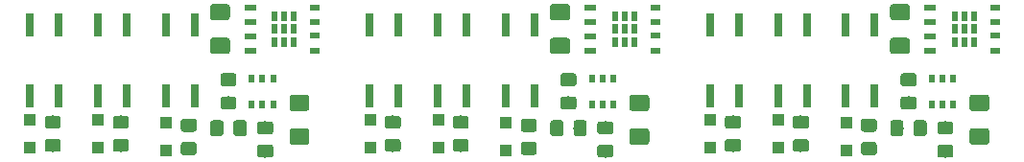
<source format=gtp>
G04 #@! TF.GenerationSoftware,KiCad,Pcbnew,(5.1.4)-1*
G04 #@! TF.CreationDate,2021-09-06T11:03:46-04:00*
G04 #@! TF.ProjectId,relay_array,72656c61-795f-4617-9272-61792e6b6963,rev?*
G04 #@! TF.SameCoordinates,Original*
G04 #@! TF.FileFunction,Paste,Top*
G04 #@! TF.FilePolarity,Positive*
%FSLAX46Y46*%
G04 Gerber Fmt 4.6, Leading zero omitted, Abs format (unit mm)*
G04 Created by KiCad (PCBNEW (5.1.4)-1) date 2021-09-06 11:03:46*
%MOMM*%
%LPD*%
G04 APERTURE LIST*
%ADD10R,0.640000X2.000000*%
%ADD11C,0.100000*%
%ADD12C,1.150000*%
%ADD13R,1.000000X1.000000*%
%ADD14C,1.425000*%
%ADD15R,0.600000X0.900000*%
%ADD16R,0.900000X0.600000*%
%ADD17R,1.050000X0.600000*%
%ADD18R,0.510000X0.700000*%
G04 APERTURE END LIST*
D10*
X193730000Y-122100000D03*
X196270000Y-122100000D03*
X196270000Y-128400000D03*
X193730000Y-128400000D03*
X163730000Y-122100000D03*
X166270000Y-122100000D03*
X166270000Y-128400000D03*
X163730000Y-128400000D03*
X133730000Y-122100000D03*
X136270000Y-122100000D03*
X136270000Y-128400000D03*
X133730000Y-128400000D03*
X205730000Y-122100000D03*
X208270000Y-122100000D03*
X208270000Y-128400000D03*
X205730000Y-128400000D03*
X175730000Y-122100000D03*
X178270000Y-122100000D03*
X178270000Y-128400000D03*
X175730000Y-128400000D03*
X145730000Y-122100000D03*
X148270000Y-122100000D03*
X148270000Y-128400000D03*
X145730000Y-128400000D03*
X199730000Y-122100000D03*
X202270000Y-122100000D03*
X202270000Y-128400000D03*
X199730000Y-128400000D03*
X169730000Y-122100000D03*
X172270000Y-122100000D03*
X172270000Y-128400000D03*
X169730000Y-128400000D03*
X139730000Y-122100000D03*
X142270000Y-122100000D03*
X142270000Y-128400000D03*
X139730000Y-128400000D03*
D11*
G36*
X172224505Y-132201204D02*
G01*
X172248773Y-132204804D01*
X172272572Y-132210765D01*
X172295671Y-132219030D01*
X172317850Y-132229520D01*
X172338893Y-132242132D01*
X172358599Y-132256747D01*
X172376777Y-132273223D01*
X172393253Y-132291401D01*
X172407868Y-132311107D01*
X172420480Y-132332150D01*
X172430970Y-132354329D01*
X172439235Y-132377428D01*
X172445196Y-132401227D01*
X172448796Y-132425495D01*
X172450000Y-132449999D01*
X172450000Y-133100001D01*
X172448796Y-133124505D01*
X172445196Y-133148773D01*
X172439235Y-133172572D01*
X172430970Y-133195671D01*
X172420480Y-133217850D01*
X172407868Y-133238893D01*
X172393253Y-133258599D01*
X172376777Y-133276777D01*
X172358599Y-133293253D01*
X172338893Y-133307868D01*
X172317850Y-133320480D01*
X172295671Y-133330970D01*
X172272572Y-133339235D01*
X172248773Y-133345196D01*
X172224505Y-133348796D01*
X172200001Y-133350000D01*
X171299999Y-133350000D01*
X171275495Y-133348796D01*
X171251227Y-133345196D01*
X171227428Y-133339235D01*
X171204329Y-133330970D01*
X171182150Y-133320480D01*
X171161107Y-133307868D01*
X171141401Y-133293253D01*
X171123223Y-133276777D01*
X171106747Y-133258599D01*
X171092132Y-133238893D01*
X171079520Y-133217850D01*
X171069030Y-133195671D01*
X171060765Y-133172572D01*
X171054804Y-133148773D01*
X171051204Y-133124505D01*
X171050000Y-133100001D01*
X171050000Y-132449999D01*
X171051204Y-132425495D01*
X171054804Y-132401227D01*
X171060765Y-132377428D01*
X171069030Y-132354329D01*
X171079520Y-132332150D01*
X171092132Y-132311107D01*
X171106747Y-132291401D01*
X171123223Y-132273223D01*
X171141401Y-132256747D01*
X171161107Y-132242132D01*
X171182150Y-132229520D01*
X171204329Y-132219030D01*
X171227428Y-132210765D01*
X171251227Y-132204804D01*
X171275495Y-132201204D01*
X171299999Y-132200000D01*
X172200001Y-132200000D01*
X172224505Y-132201204D01*
X172224505Y-132201204D01*
G37*
D12*
X171750000Y-132775000D03*
D11*
G36*
X172224505Y-130151204D02*
G01*
X172248773Y-130154804D01*
X172272572Y-130160765D01*
X172295671Y-130169030D01*
X172317850Y-130179520D01*
X172338893Y-130192132D01*
X172358599Y-130206747D01*
X172376777Y-130223223D01*
X172393253Y-130241401D01*
X172407868Y-130261107D01*
X172420480Y-130282150D01*
X172430970Y-130304329D01*
X172439235Y-130327428D01*
X172445196Y-130351227D01*
X172448796Y-130375495D01*
X172450000Y-130399999D01*
X172450000Y-131050001D01*
X172448796Y-131074505D01*
X172445196Y-131098773D01*
X172439235Y-131122572D01*
X172430970Y-131145671D01*
X172420480Y-131167850D01*
X172407868Y-131188893D01*
X172393253Y-131208599D01*
X172376777Y-131226777D01*
X172358599Y-131243253D01*
X172338893Y-131257868D01*
X172317850Y-131270480D01*
X172295671Y-131280970D01*
X172272572Y-131289235D01*
X172248773Y-131295196D01*
X172224505Y-131298796D01*
X172200001Y-131300000D01*
X171299999Y-131300000D01*
X171275495Y-131298796D01*
X171251227Y-131295196D01*
X171227428Y-131289235D01*
X171204329Y-131280970D01*
X171182150Y-131270480D01*
X171161107Y-131257868D01*
X171141401Y-131243253D01*
X171123223Y-131226777D01*
X171106747Y-131208599D01*
X171092132Y-131188893D01*
X171079520Y-131167850D01*
X171069030Y-131145671D01*
X171060765Y-131122572D01*
X171054804Y-131098773D01*
X171051204Y-131074505D01*
X171050000Y-131050001D01*
X171050000Y-130399999D01*
X171051204Y-130375495D01*
X171054804Y-130351227D01*
X171060765Y-130327428D01*
X171069030Y-130304329D01*
X171079520Y-130282150D01*
X171092132Y-130261107D01*
X171106747Y-130241401D01*
X171123223Y-130223223D01*
X171141401Y-130206747D01*
X171161107Y-130192132D01*
X171182150Y-130179520D01*
X171204329Y-130169030D01*
X171227428Y-130160765D01*
X171251227Y-130154804D01*
X171275495Y-130151204D01*
X171299999Y-130150000D01*
X172200001Y-130150000D01*
X172224505Y-130151204D01*
X172224505Y-130151204D01*
G37*
D12*
X171750000Y-130725000D03*
D13*
X163750000Y-130500000D03*
X163750000Y-133000000D03*
X175750000Y-130750000D03*
X175750000Y-133250000D03*
D11*
G36*
X211149504Y-123276204D02*
G01*
X211173773Y-123279804D01*
X211197571Y-123285765D01*
X211220671Y-123294030D01*
X211242849Y-123304520D01*
X211263893Y-123317133D01*
X211283598Y-123331747D01*
X211301777Y-123348223D01*
X211318253Y-123366402D01*
X211332867Y-123386107D01*
X211345480Y-123407151D01*
X211355970Y-123429329D01*
X211364235Y-123452429D01*
X211370196Y-123476227D01*
X211373796Y-123500496D01*
X211375000Y-123525000D01*
X211375000Y-124450000D01*
X211373796Y-124474504D01*
X211370196Y-124498773D01*
X211364235Y-124522571D01*
X211355970Y-124545671D01*
X211345480Y-124567849D01*
X211332867Y-124588893D01*
X211318253Y-124608598D01*
X211301777Y-124626777D01*
X211283598Y-124643253D01*
X211263893Y-124657867D01*
X211242849Y-124670480D01*
X211220671Y-124680970D01*
X211197571Y-124689235D01*
X211173773Y-124695196D01*
X211149504Y-124698796D01*
X211125000Y-124700000D01*
X209875000Y-124700000D01*
X209850496Y-124698796D01*
X209826227Y-124695196D01*
X209802429Y-124689235D01*
X209779329Y-124680970D01*
X209757151Y-124670480D01*
X209736107Y-124657867D01*
X209716402Y-124643253D01*
X209698223Y-124626777D01*
X209681747Y-124608598D01*
X209667133Y-124588893D01*
X209654520Y-124567849D01*
X209644030Y-124545671D01*
X209635765Y-124522571D01*
X209629804Y-124498773D01*
X209626204Y-124474504D01*
X209625000Y-124450000D01*
X209625000Y-123525000D01*
X209626204Y-123500496D01*
X209629804Y-123476227D01*
X209635765Y-123452429D01*
X209644030Y-123429329D01*
X209654520Y-123407151D01*
X209667133Y-123386107D01*
X209681747Y-123366402D01*
X209698223Y-123348223D01*
X209716402Y-123331747D01*
X209736107Y-123317133D01*
X209757151Y-123304520D01*
X209779329Y-123294030D01*
X209802429Y-123285765D01*
X209826227Y-123279804D01*
X209850496Y-123276204D01*
X209875000Y-123275000D01*
X211125000Y-123275000D01*
X211149504Y-123276204D01*
X211149504Y-123276204D01*
G37*
D14*
X210500000Y-123987500D03*
D11*
G36*
X211149504Y-120301204D02*
G01*
X211173773Y-120304804D01*
X211197571Y-120310765D01*
X211220671Y-120319030D01*
X211242849Y-120329520D01*
X211263893Y-120342133D01*
X211283598Y-120356747D01*
X211301777Y-120373223D01*
X211318253Y-120391402D01*
X211332867Y-120411107D01*
X211345480Y-120432151D01*
X211355970Y-120454329D01*
X211364235Y-120477429D01*
X211370196Y-120501227D01*
X211373796Y-120525496D01*
X211375000Y-120550000D01*
X211375000Y-121475000D01*
X211373796Y-121499504D01*
X211370196Y-121523773D01*
X211364235Y-121547571D01*
X211355970Y-121570671D01*
X211345480Y-121592849D01*
X211332867Y-121613893D01*
X211318253Y-121633598D01*
X211301777Y-121651777D01*
X211283598Y-121668253D01*
X211263893Y-121682867D01*
X211242849Y-121695480D01*
X211220671Y-121705970D01*
X211197571Y-121714235D01*
X211173773Y-121720196D01*
X211149504Y-121723796D01*
X211125000Y-121725000D01*
X209875000Y-121725000D01*
X209850496Y-121723796D01*
X209826227Y-121720196D01*
X209802429Y-121714235D01*
X209779329Y-121705970D01*
X209757151Y-121695480D01*
X209736107Y-121682867D01*
X209716402Y-121668253D01*
X209698223Y-121651777D01*
X209681747Y-121633598D01*
X209667133Y-121613893D01*
X209654520Y-121592849D01*
X209644030Y-121570671D01*
X209635765Y-121547571D01*
X209629804Y-121523773D01*
X209626204Y-121499504D01*
X209625000Y-121475000D01*
X209625000Y-120550000D01*
X209626204Y-120525496D01*
X209629804Y-120501227D01*
X209635765Y-120477429D01*
X209644030Y-120454329D01*
X209654520Y-120432151D01*
X209667133Y-120411107D01*
X209681747Y-120391402D01*
X209698223Y-120373223D01*
X209716402Y-120356747D01*
X209736107Y-120342133D01*
X209757151Y-120329520D01*
X209779329Y-120319030D01*
X209802429Y-120310765D01*
X209826227Y-120304804D01*
X209850496Y-120301204D01*
X209875000Y-120300000D01*
X211125000Y-120300000D01*
X211149504Y-120301204D01*
X211149504Y-120301204D01*
G37*
D14*
X210500000Y-121012500D03*
D13*
X205750000Y-130750000D03*
X205750000Y-133250000D03*
D11*
G36*
X166224505Y-132201204D02*
G01*
X166248773Y-132204804D01*
X166272572Y-132210765D01*
X166295671Y-132219030D01*
X166317850Y-132229520D01*
X166338893Y-132242132D01*
X166358599Y-132256747D01*
X166376777Y-132273223D01*
X166393253Y-132291401D01*
X166407868Y-132311107D01*
X166420480Y-132332150D01*
X166430970Y-132354329D01*
X166439235Y-132377428D01*
X166445196Y-132401227D01*
X166448796Y-132425495D01*
X166450000Y-132449999D01*
X166450000Y-133100001D01*
X166448796Y-133124505D01*
X166445196Y-133148773D01*
X166439235Y-133172572D01*
X166430970Y-133195671D01*
X166420480Y-133217850D01*
X166407868Y-133238893D01*
X166393253Y-133258599D01*
X166376777Y-133276777D01*
X166358599Y-133293253D01*
X166338893Y-133307868D01*
X166317850Y-133320480D01*
X166295671Y-133330970D01*
X166272572Y-133339235D01*
X166248773Y-133345196D01*
X166224505Y-133348796D01*
X166200001Y-133350000D01*
X165299999Y-133350000D01*
X165275495Y-133348796D01*
X165251227Y-133345196D01*
X165227428Y-133339235D01*
X165204329Y-133330970D01*
X165182150Y-133320480D01*
X165161107Y-133307868D01*
X165141401Y-133293253D01*
X165123223Y-133276777D01*
X165106747Y-133258599D01*
X165092132Y-133238893D01*
X165079520Y-133217850D01*
X165069030Y-133195671D01*
X165060765Y-133172572D01*
X165054804Y-133148773D01*
X165051204Y-133124505D01*
X165050000Y-133100001D01*
X165050000Y-132449999D01*
X165051204Y-132425495D01*
X165054804Y-132401227D01*
X165060765Y-132377428D01*
X165069030Y-132354329D01*
X165079520Y-132332150D01*
X165092132Y-132311107D01*
X165106747Y-132291401D01*
X165123223Y-132273223D01*
X165141401Y-132256747D01*
X165161107Y-132242132D01*
X165182150Y-132229520D01*
X165204329Y-132219030D01*
X165227428Y-132210765D01*
X165251227Y-132204804D01*
X165275495Y-132201204D01*
X165299999Y-132200000D01*
X166200001Y-132200000D01*
X166224505Y-132201204D01*
X166224505Y-132201204D01*
G37*
D12*
X165750000Y-132775000D03*
D11*
G36*
X166224505Y-130151204D02*
G01*
X166248773Y-130154804D01*
X166272572Y-130160765D01*
X166295671Y-130169030D01*
X166317850Y-130179520D01*
X166338893Y-130192132D01*
X166358599Y-130206747D01*
X166376777Y-130223223D01*
X166393253Y-130241401D01*
X166407868Y-130261107D01*
X166420480Y-130282150D01*
X166430970Y-130304329D01*
X166439235Y-130327428D01*
X166445196Y-130351227D01*
X166448796Y-130375495D01*
X166450000Y-130399999D01*
X166450000Y-131050001D01*
X166448796Y-131074505D01*
X166445196Y-131098773D01*
X166439235Y-131122572D01*
X166430970Y-131145671D01*
X166420480Y-131167850D01*
X166407868Y-131188893D01*
X166393253Y-131208599D01*
X166376777Y-131226777D01*
X166358599Y-131243253D01*
X166338893Y-131257868D01*
X166317850Y-131270480D01*
X166295671Y-131280970D01*
X166272572Y-131289235D01*
X166248773Y-131295196D01*
X166224505Y-131298796D01*
X166200001Y-131300000D01*
X165299999Y-131300000D01*
X165275495Y-131298796D01*
X165251227Y-131295196D01*
X165227428Y-131289235D01*
X165204329Y-131280970D01*
X165182150Y-131270480D01*
X165161107Y-131257868D01*
X165141401Y-131243253D01*
X165123223Y-131226777D01*
X165106747Y-131208599D01*
X165092132Y-131188893D01*
X165079520Y-131167850D01*
X165069030Y-131145671D01*
X165060765Y-131122572D01*
X165054804Y-131098773D01*
X165051204Y-131074505D01*
X165050000Y-131050001D01*
X165050000Y-130399999D01*
X165051204Y-130375495D01*
X165054804Y-130351227D01*
X165060765Y-130327428D01*
X165069030Y-130304329D01*
X165079520Y-130282150D01*
X165092132Y-130261107D01*
X165106747Y-130241401D01*
X165123223Y-130223223D01*
X165141401Y-130206747D01*
X165161107Y-130192132D01*
X165182150Y-130179520D01*
X165204329Y-130169030D01*
X165227428Y-130160765D01*
X165251227Y-130154804D01*
X165275495Y-130151204D01*
X165299999Y-130150000D01*
X166200001Y-130150000D01*
X166224505Y-130151204D01*
X166224505Y-130151204D01*
G37*
D12*
X165750000Y-130725000D03*
D15*
X186185000Y-121350000D03*
X185335000Y-121350000D03*
X187035000Y-121350000D03*
X186185000Y-123650000D03*
X185335000Y-123650000D03*
X187035000Y-123650000D03*
X187035000Y-122500000D03*
X185335000Y-122500000D03*
D16*
X188885000Y-120620000D03*
X188885000Y-124380000D03*
X188885000Y-121900000D03*
D17*
X183165000Y-121860000D03*
X183165000Y-120590000D03*
X183165000Y-123140000D03*
X183165000Y-124410000D03*
D16*
X188885000Y-123100000D03*
D15*
X186185000Y-122500000D03*
D11*
G36*
X218149504Y-131276204D02*
G01*
X218173773Y-131279804D01*
X218197571Y-131285765D01*
X218220671Y-131294030D01*
X218242849Y-131304520D01*
X218263893Y-131317133D01*
X218283598Y-131331747D01*
X218301777Y-131348223D01*
X218318253Y-131366402D01*
X218332867Y-131386107D01*
X218345480Y-131407151D01*
X218355970Y-131429329D01*
X218364235Y-131452429D01*
X218370196Y-131476227D01*
X218373796Y-131500496D01*
X218375000Y-131525000D01*
X218375000Y-132450000D01*
X218373796Y-132474504D01*
X218370196Y-132498773D01*
X218364235Y-132522571D01*
X218355970Y-132545671D01*
X218345480Y-132567849D01*
X218332867Y-132588893D01*
X218318253Y-132608598D01*
X218301777Y-132626777D01*
X218283598Y-132643253D01*
X218263893Y-132657867D01*
X218242849Y-132670480D01*
X218220671Y-132680970D01*
X218197571Y-132689235D01*
X218173773Y-132695196D01*
X218149504Y-132698796D01*
X218125000Y-132700000D01*
X216875000Y-132700000D01*
X216850496Y-132698796D01*
X216826227Y-132695196D01*
X216802429Y-132689235D01*
X216779329Y-132680970D01*
X216757151Y-132670480D01*
X216736107Y-132657867D01*
X216716402Y-132643253D01*
X216698223Y-132626777D01*
X216681747Y-132608598D01*
X216667133Y-132588893D01*
X216654520Y-132567849D01*
X216644030Y-132545671D01*
X216635765Y-132522571D01*
X216629804Y-132498773D01*
X216626204Y-132474504D01*
X216625000Y-132450000D01*
X216625000Y-131525000D01*
X216626204Y-131500496D01*
X216629804Y-131476227D01*
X216635765Y-131452429D01*
X216644030Y-131429329D01*
X216654520Y-131407151D01*
X216667133Y-131386107D01*
X216681747Y-131366402D01*
X216698223Y-131348223D01*
X216716402Y-131331747D01*
X216736107Y-131317133D01*
X216757151Y-131304520D01*
X216779329Y-131294030D01*
X216802429Y-131285765D01*
X216826227Y-131279804D01*
X216850496Y-131276204D01*
X216875000Y-131275000D01*
X218125000Y-131275000D01*
X218149504Y-131276204D01*
X218149504Y-131276204D01*
G37*
D14*
X217500000Y-131987500D03*
D11*
G36*
X218149504Y-128301204D02*
G01*
X218173773Y-128304804D01*
X218197571Y-128310765D01*
X218220671Y-128319030D01*
X218242849Y-128329520D01*
X218263893Y-128342133D01*
X218283598Y-128356747D01*
X218301777Y-128373223D01*
X218318253Y-128391402D01*
X218332867Y-128411107D01*
X218345480Y-128432151D01*
X218355970Y-128454329D01*
X218364235Y-128477429D01*
X218370196Y-128501227D01*
X218373796Y-128525496D01*
X218375000Y-128550000D01*
X218375000Y-129475000D01*
X218373796Y-129499504D01*
X218370196Y-129523773D01*
X218364235Y-129547571D01*
X218355970Y-129570671D01*
X218345480Y-129592849D01*
X218332867Y-129613893D01*
X218318253Y-129633598D01*
X218301777Y-129651777D01*
X218283598Y-129668253D01*
X218263893Y-129682867D01*
X218242849Y-129695480D01*
X218220671Y-129705970D01*
X218197571Y-129714235D01*
X218173773Y-129720196D01*
X218149504Y-129723796D01*
X218125000Y-129725000D01*
X216875000Y-129725000D01*
X216850496Y-129723796D01*
X216826227Y-129720196D01*
X216802429Y-129714235D01*
X216779329Y-129705970D01*
X216757151Y-129695480D01*
X216736107Y-129682867D01*
X216716402Y-129668253D01*
X216698223Y-129651777D01*
X216681747Y-129633598D01*
X216667133Y-129613893D01*
X216654520Y-129592849D01*
X216644030Y-129570671D01*
X216635765Y-129547571D01*
X216629804Y-129523773D01*
X216626204Y-129499504D01*
X216625000Y-129475000D01*
X216625000Y-128550000D01*
X216626204Y-128525496D01*
X216629804Y-128501227D01*
X216635765Y-128477429D01*
X216644030Y-128454329D01*
X216654520Y-128432151D01*
X216667133Y-128411107D01*
X216681747Y-128391402D01*
X216698223Y-128373223D01*
X216716402Y-128356747D01*
X216736107Y-128342133D01*
X216757151Y-128329520D01*
X216779329Y-128319030D01*
X216802429Y-128310765D01*
X216826227Y-128304804D01*
X216850496Y-128301204D01*
X216875000Y-128300000D01*
X218125000Y-128300000D01*
X218149504Y-128301204D01*
X218149504Y-128301204D01*
G37*
D14*
X217500000Y-129012500D03*
D11*
G36*
X181149504Y-123276204D02*
G01*
X181173773Y-123279804D01*
X181197571Y-123285765D01*
X181220671Y-123294030D01*
X181242849Y-123304520D01*
X181263893Y-123317133D01*
X181283598Y-123331747D01*
X181301777Y-123348223D01*
X181318253Y-123366402D01*
X181332867Y-123386107D01*
X181345480Y-123407151D01*
X181355970Y-123429329D01*
X181364235Y-123452429D01*
X181370196Y-123476227D01*
X181373796Y-123500496D01*
X181375000Y-123525000D01*
X181375000Y-124450000D01*
X181373796Y-124474504D01*
X181370196Y-124498773D01*
X181364235Y-124522571D01*
X181355970Y-124545671D01*
X181345480Y-124567849D01*
X181332867Y-124588893D01*
X181318253Y-124608598D01*
X181301777Y-124626777D01*
X181283598Y-124643253D01*
X181263893Y-124657867D01*
X181242849Y-124670480D01*
X181220671Y-124680970D01*
X181197571Y-124689235D01*
X181173773Y-124695196D01*
X181149504Y-124698796D01*
X181125000Y-124700000D01*
X179875000Y-124700000D01*
X179850496Y-124698796D01*
X179826227Y-124695196D01*
X179802429Y-124689235D01*
X179779329Y-124680970D01*
X179757151Y-124670480D01*
X179736107Y-124657867D01*
X179716402Y-124643253D01*
X179698223Y-124626777D01*
X179681747Y-124608598D01*
X179667133Y-124588893D01*
X179654520Y-124567849D01*
X179644030Y-124545671D01*
X179635765Y-124522571D01*
X179629804Y-124498773D01*
X179626204Y-124474504D01*
X179625000Y-124450000D01*
X179625000Y-123525000D01*
X179626204Y-123500496D01*
X179629804Y-123476227D01*
X179635765Y-123452429D01*
X179644030Y-123429329D01*
X179654520Y-123407151D01*
X179667133Y-123386107D01*
X179681747Y-123366402D01*
X179698223Y-123348223D01*
X179716402Y-123331747D01*
X179736107Y-123317133D01*
X179757151Y-123304520D01*
X179779329Y-123294030D01*
X179802429Y-123285765D01*
X179826227Y-123279804D01*
X179850496Y-123276204D01*
X179875000Y-123275000D01*
X181125000Y-123275000D01*
X181149504Y-123276204D01*
X181149504Y-123276204D01*
G37*
D14*
X180500000Y-123987500D03*
D11*
G36*
X181149504Y-120301204D02*
G01*
X181173773Y-120304804D01*
X181197571Y-120310765D01*
X181220671Y-120319030D01*
X181242849Y-120329520D01*
X181263893Y-120342133D01*
X181283598Y-120356747D01*
X181301777Y-120373223D01*
X181318253Y-120391402D01*
X181332867Y-120411107D01*
X181345480Y-120432151D01*
X181355970Y-120454329D01*
X181364235Y-120477429D01*
X181370196Y-120501227D01*
X181373796Y-120525496D01*
X181375000Y-120550000D01*
X181375000Y-121475000D01*
X181373796Y-121499504D01*
X181370196Y-121523773D01*
X181364235Y-121547571D01*
X181355970Y-121570671D01*
X181345480Y-121592849D01*
X181332867Y-121613893D01*
X181318253Y-121633598D01*
X181301777Y-121651777D01*
X181283598Y-121668253D01*
X181263893Y-121682867D01*
X181242849Y-121695480D01*
X181220671Y-121705970D01*
X181197571Y-121714235D01*
X181173773Y-121720196D01*
X181149504Y-121723796D01*
X181125000Y-121725000D01*
X179875000Y-121725000D01*
X179850496Y-121723796D01*
X179826227Y-121720196D01*
X179802429Y-121714235D01*
X179779329Y-121705970D01*
X179757151Y-121695480D01*
X179736107Y-121682867D01*
X179716402Y-121668253D01*
X179698223Y-121651777D01*
X179681747Y-121633598D01*
X179667133Y-121613893D01*
X179654520Y-121592849D01*
X179644030Y-121570671D01*
X179635765Y-121547571D01*
X179629804Y-121523773D01*
X179626204Y-121499504D01*
X179625000Y-121475000D01*
X179625000Y-120550000D01*
X179626204Y-120525496D01*
X179629804Y-120501227D01*
X179635765Y-120477429D01*
X179644030Y-120454329D01*
X179654520Y-120432151D01*
X179667133Y-120411107D01*
X179681747Y-120391402D01*
X179698223Y-120373223D01*
X179716402Y-120356747D01*
X179736107Y-120342133D01*
X179757151Y-120329520D01*
X179779329Y-120319030D01*
X179802429Y-120310765D01*
X179826227Y-120304804D01*
X179850496Y-120301204D01*
X179875000Y-120300000D01*
X181125000Y-120300000D01*
X181149504Y-120301204D01*
X181149504Y-120301204D01*
G37*
D14*
X180500000Y-121012500D03*
D13*
X169750000Y-130500000D03*
X169750000Y-133000000D03*
D11*
G36*
X188149504Y-131276204D02*
G01*
X188173773Y-131279804D01*
X188197571Y-131285765D01*
X188220671Y-131294030D01*
X188242849Y-131304520D01*
X188263893Y-131317133D01*
X188283598Y-131331747D01*
X188301777Y-131348223D01*
X188318253Y-131366402D01*
X188332867Y-131386107D01*
X188345480Y-131407151D01*
X188355970Y-131429329D01*
X188364235Y-131452429D01*
X188370196Y-131476227D01*
X188373796Y-131500496D01*
X188375000Y-131525000D01*
X188375000Y-132450000D01*
X188373796Y-132474504D01*
X188370196Y-132498773D01*
X188364235Y-132522571D01*
X188355970Y-132545671D01*
X188345480Y-132567849D01*
X188332867Y-132588893D01*
X188318253Y-132608598D01*
X188301777Y-132626777D01*
X188283598Y-132643253D01*
X188263893Y-132657867D01*
X188242849Y-132670480D01*
X188220671Y-132680970D01*
X188197571Y-132689235D01*
X188173773Y-132695196D01*
X188149504Y-132698796D01*
X188125000Y-132700000D01*
X186875000Y-132700000D01*
X186850496Y-132698796D01*
X186826227Y-132695196D01*
X186802429Y-132689235D01*
X186779329Y-132680970D01*
X186757151Y-132670480D01*
X186736107Y-132657867D01*
X186716402Y-132643253D01*
X186698223Y-132626777D01*
X186681747Y-132608598D01*
X186667133Y-132588893D01*
X186654520Y-132567849D01*
X186644030Y-132545671D01*
X186635765Y-132522571D01*
X186629804Y-132498773D01*
X186626204Y-132474504D01*
X186625000Y-132450000D01*
X186625000Y-131525000D01*
X186626204Y-131500496D01*
X186629804Y-131476227D01*
X186635765Y-131452429D01*
X186644030Y-131429329D01*
X186654520Y-131407151D01*
X186667133Y-131386107D01*
X186681747Y-131366402D01*
X186698223Y-131348223D01*
X186716402Y-131331747D01*
X186736107Y-131317133D01*
X186757151Y-131304520D01*
X186779329Y-131294030D01*
X186802429Y-131285765D01*
X186826227Y-131279804D01*
X186850496Y-131276204D01*
X186875000Y-131275000D01*
X188125000Y-131275000D01*
X188149504Y-131276204D01*
X188149504Y-131276204D01*
G37*
D14*
X187500000Y-131987500D03*
D11*
G36*
X188149504Y-128301204D02*
G01*
X188173773Y-128304804D01*
X188197571Y-128310765D01*
X188220671Y-128319030D01*
X188242849Y-128329520D01*
X188263893Y-128342133D01*
X188283598Y-128356747D01*
X188301777Y-128373223D01*
X188318253Y-128391402D01*
X188332867Y-128411107D01*
X188345480Y-128432151D01*
X188355970Y-128454329D01*
X188364235Y-128477429D01*
X188370196Y-128501227D01*
X188373796Y-128525496D01*
X188375000Y-128550000D01*
X188375000Y-129475000D01*
X188373796Y-129499504D01*
X188370196Y-129523773D01*
X188364235Y-129547571D01*
X188355970Y-129570671D01*
X188345480Y-129592849D01*
X188332867Y-129613893D01*
X188318253Y-129633598D01*
X188301777Y-129651777D01*
X188283598Y-129668253D01*
X188263893Y-129682867D01*
X188242849Y-129695480D01*
X188220671Y-129705970D01*
X188197571Y-129714235D01*
X188173773Y-129720196D01*
X188149504Y-129723796D01*
X188125000Y-129725000D01*
X186875000Y-129725000D01*
X186850496Y-129723796D01*
X186826227Y-129720196D01*
X186802429Y-129714235D01*
X186779329Y-129705970D01*
X186757151Y-129695480D01*
X186736107Y-129682867D01*
X186716402Y-129668253D01*
X186698223Y-129651777D01*
X186681747Y-129633598D01*
X186667133Y-129613893D01*
X186654520Y-129592849D01*
X186644030Y-129570671D01*
X186635765Y-129547571D01*
X186629804Y-129523773D01*
X186626204Y-129499504D01*
X186625000Y-129475000D01*
X186625000Y-128550000D01*
X186626204Y-128525496D01*
X186629804Y-128501227D01*
X186635765Y-128477429D01*
X186644030Y-128454329D01*
X186654520Y-128432151D01*
X186667133Y-128411107D01*
X186681747Y-128391402D01*
X186698223Y-128373223D01*
X186716402Y-128356747D01*
X186736107Y-128342133D01*
X186757151Y-128329520D01*
X186779329Y-128319030D01*
X186802429Y-128310765D01*
X186826227Y-128304804D01*
X186850496Y-128301204D01*
X186875000Y-128300000D01*
X188125000Y-128300000D01*
X188149504Y-128301204D01*
X188149504Y-128301204D01*
G37*
D14*
X187500000Y-129012500D03*
D13*
X193750000Y-130500000D03*
X193750000Y-133000000D03*
D15*
X216185000Y-121350000D03*
X215335000Y-121350000D03*
X217035000Y-121350000D03*
X216185000Y-123650000D03*
X215335000Y-123650000D03*
X217035000Y-123650000D03*
X217035000Y-122500000D03*
X215335000Y-122500000D03*
D16*
X218885000Y-120620000D03*
X218885000Y-124380000D03*
X218885000Y-121900000D03*
D17*
X213165000Y-121860000D03*
X213165000Y-120590000D03*
X213165000Y-123140000D03*
X213165000Y-124410000D03*
D16*
X218885000Y-123100000D03*
D15*
X216185000Y-122500000D03*
D13*
X199750000Y-130500000D03*
X199750000Y-133000000D03*
D18*
X213300000Y-126840000D03*
X214250000Y-126840000D03*
X215200000Y-126840000D03*
X215200000Y-129160000D03*
X214250000Y-129160000D03*
X213300000Y-129160000D03*
D11*
G36*
X211724505Y-128451204D02*
G01*
X211748773Y-128454804D01*
X211772572Y-128460765D01*
X211795671Y-128469030D01*
X211817850Y-128479520D01*
X211838893Y-128492132D01*
X211858599Y-128506747D01*
X211876777Y-128523223D01*
X211893253Y-128541401D01*
X211907868Y-128561107D01*
X211920480Y-128582150D01*
X211930970Y-128604329D01*
X211939235Y-128627428D01*
X211945196Y-128651227D01*
X211948796Y-128675495D01*
X211950000Y-128699999D01*
X211950000Y-129350001D01*
X211948796Y-129374505D01*
X211945196Y-129398773D01*
X211939235Y-129422572D01*
X211930970Y-129445671D01*
X211920480Y-129467850D01*
X211907868Y-129488893D01*
X211893253Y-129508599D01*
X211876777Y-129526777D01*
X211858599Y-129543253D01*
X211838893Y-129557868D01*
X211817850Y-129570480D01*
X211795671Y-129580970D01*
X211772572Y-129589235D01*
X211748773Y-129595196D01*
X211724505Y-129598796D01*
X211700001Y-129600000D01*
X210799999Y-129600000D01*
X210775495Y-129598796D01*
X210751227Y-129595196D01*
X210727428Y-129589235D01*
X210704329Y-129580970D01*
X210682150Y-129570480D01*
X210661107Y-129557868D01*
X210641401Y-129543253D01*
X210623223Y-129526777D01*
X210606747Y-129508599D01*
X210592132Y-129488893D01*
X210579520Y-129467850D01*
X210569030Y-129445671D01*
X210560765Y-129422572D01*
X210554804Y-129398773D01*
X210551204Y-129374505D01*
X210550000Y-129350001D01*
X210550000Y-128699999D01*
X210551204Y-128675495D01*
X210554804Y-128651227D01*
X210560765Y-128627428D01*
X210569030Y-128604329D01*
X210579520Y-128582150D01*
X210592132Y-128561107D01*
X210606747Y-128541401D01*
X210623223Y-128523223D01*
X210641401Y-128506747D01*
X210661107Y-128492132D01*
X210682150Y-128479520D01*
X210704329Y-128469030D01*
X210727428Y-128460765D01*
X210751227Y-128454804D01*
X210775495Y-128451204D01*
X210799999Y-128450000D01*
X211700001Y-128450000D01*
X211724505Y-128451204D01*
X211724505Y-128451204D01*
G37*
D12*
X211250000Y-129025000D03*
D11*
G36*
X211724505Y-126401204D02*
G01*
X211748773Y-126404804D01*
X211772572Y-126410765D01*
X211795671Y-126419030D01*
X211817850Y-126429520D01*
X211838893Y-126442132D01*
X211858599Y-126456747D01*
X211876777Y-126473223D01*
X211893253Y-126491401D01*
X211907868Y-126511107D01*
X211920480Y-126532150D01*
X211930970Y-126554329D01*
X211939235Y-126577428D01*
X211945196Y-126601227D01*
X211948796Y-126625495D01*
X211950000Y-126649999D01*
X211950000Y-127300001D01*
X211948796Y-127324505D01*
X211945196Y-127348773D01*
X211939235Y-127372572D01*
X211930970Y-127395671D01*
X211920480Y-127417850D01*
X211907868Y-127438893D01*
X211893253Y-127458599D01*
X211876777Y-127476777D01*
X211858599Y-127493253D01*
X211838893Y-127507868D01*
X211817850Y-127520480D01*
X211795671Y-127530970D01*
X211772572Y-127539235D01*
X211748773Y-127545196D01*
X211724505Y-127548796D01*
X211700001Y-127550000D01*
X210799999Y-127550000D01*
X210775495Y-127548796D01*
X210751227Y-127545196D01*
X210727428Y-127539235D01*
X210704329Y-127530970D01*
X210682150Y-127520480D01*
X210661107Y-127507868D01*
X210641401Y-127493253D01*
X210623223Y-127476777D01*
X210606747Y-127458599D01*
X210592132Y-127438893D01*
X210579520Y-127417850D01*
X210569030Y-127395671D01*
X210560765Y-127372572D01*
X210554804Y-127348773D01*
X210551204Y-127324505D01*
X210550000Y-127300001D01*
X210550000Y-126649999D01*
X210551204Y-126625495D01*
X210554804Y-126601227D01*
X210560765Y-126577428D01*
X210569030Y-126554329D01*
X210579520Y-126532150D01*
X210592132Y-126511107D01*
X210606747Y-126491401D01*
X210623223Y-126473223D01*
X210641401Y-126456747D01*
X210661107Y-126442132D01*
X210682150Y-126429520D01*
X210704329Y-126419030D01*
X210727428Y-126410765D01*
X210751227Y-126404804D01*
X210775495Y-126401204D01*
X210799999Y-126400000D01*
X211700001Y-126400000D01*
X211724505Y-126401204D01*
X211724505Y-126401204D01*
G37*
D12*
X211250000Y-126975000D03*
D11*
G36*
X214974505Y-132701204D02*
G01*
X214998773Y-132704804D01*
X215022572Y-132710765D01*
X215045671Y-132719030D01*
X215067850Y-132729520D01*
X215088893Y-132742132D01*
X215108599Y-132756747D01*
X215126777Y-132773223D01*
X215143253Y-132791401D01*
X215157868Y-132811107D01*
X215170480Y-132832150D01*
X215180970Y-132854329D01*
X215189235Y-132877428D01*
X215195196Y-132901227D01*
X215198796Y-132925495D01*
X215200000Y-132949999D01*
X215200000Y-133600001D01*
X215198796Y-133624505D01*
X215195196Y-133648773D01*
X215189235Y-133672572D01*
X215180970Y-133695671D01*
X215170480Y-133717850D01*
X215157868Y-133738893D01*
X215143253Y-133758599D01*
X215126777Y-133776777D01*
X215108599Y-133793253D01*
X215088893Y-133807868D01*
X215067850Y-133820480D01*
X215045671Y-133830970D01*
X215022572Y-133839235D01*
X214998773Y-133845196D01*
X214974505Y-133848796D01*
X214950001Y-133850000D01*
X214049999Y-133850000D01*
X214025495Y-133848796D01*
X214001227Y-133845196D01*
X213977428Y-133839235D01*
X213954329Y-133830970D01*
X213932150Y-133820480D01*
X213911107Y-133807868D01*
X213891401Y-133793253D01*
X213873223Y-133776777D01*
X213856747Y-133758599D01*
X213842132Y-133738893D01*
X213829520Y-133717850D01*
X213819030Y-133695671D01*
X213810765Y-133672572D01*
X213804804Y-133648773D01*
X213801204Y-133624505D01*
X213800000Y-133600001D01*
X213800000Y-132949999D01*
X213801204Y-132925495D01*
X213804804Y-132901227D01*
X213810765Y-132877428D01*
X213819030Y-132854329D01*
X213829520Y-132832150D01*
X213842132Y-132811107D01*
X213856747Y-132791401D01*
X213873223Y-132773223D01*
X213891401Y-132756747D01*
X213911107Y-132742132D01*
X213932150Y-132729520D01*
X213954329Y-132719030D01*
X213977428Y-132710765D01*
X214001227Y-132704804D01*
X214025495Y-132701204D01*
X214049999Y-132700000D01*
X214950001Y-132700000D01*
X214974505Y-132701204D01*
X214974505Y-132701204D01*
G37*
D12*
X214500000Y-133275000D03*
D11*
G36*
X214974505Y-130651204D02*
G01*
X214998773Y-130654804D01*
X215022572Y-130660765D01*
X215045671Y-130669030D01*
X215067850Y-130679520D01*
X215088893Y-130692132D01*
X215108599Y-130706747D01*
X215126777Y-130723223D01*
X215143253Y-130741401D01*
X215157868Y-130761107D01*
X215170480Y-130782150D01*
X215180970Y-130804329D01*
X215189235Y-130827428D01*
X215195196Y-130851227D01*
X215198796Y-130875495D01*
X215200000Y-130899999D01*
X215200000Y-131550001D01*
X215198796Y-131574505D01*
X215195196Y-131598773D01*
X215189235Y-131622572D01*
X215180970Y-131645671D01*
X215170480Y-131667850D01*
X215157868Y-131688893D01*
X215143253Y-131708599D01*
X215126777Y-131726777D01*
X215108599Y-131743253D01*
X215088893Y-131757868D01*
X215067850Y-131770480D01*
X215045671Y-131780970D01*
X215022572Y-131789235D01*
X214998773Y-131795196D01*
X214974505Y-131798796D01*
X214950001Y-131800000D01*
X214049999Y-131800000D01*
X214025495Y-131798796D01*
X214001227Y-131795196D01*
X213977428Y-131789235D01*
X213954329Y-131780970D01*
X213932150Y-131770480D01*
X213911107Y-131757868D01*
X213891401Y-131743253D01*
X213873223Y-131726777D01*
X213856747Y-131708599D01*
X213842132Y-131688893D01*
X213829520Y-131667850D01*
X213819030Y-131645671D01*
X213810765Y-131622572D01*
X213804804Y-131598773D01*
X213801204Y-131574505D01*
X213800000Y-131550001D01*
X213800000Y-130899999D01*
X213801204Y-130875495D01*
X213804804Y-130851227D01*
X213810765Y-130827428D01*
X213819030Y-130804329D01*
X213829520Y-130782150D01*
X213842132Y-130761107D01*
X213856747Y-130741401D01*
X213873223Y-130723223D01*
X213891401Y-130706747D01*
X213911107Y-130692132D01*
X213932150Y-130679520D01*
X213954329Y-130669030D01*
X213977428Y-130660765D01*
X214001227Y-130654804D01*
X214025495Y-130651204D01*
X214049999Y-130650000D01*
X214950001Y-130650000D01*
X214974505Y-130651204D01*
X214974505Y-130651204D01*
G37*
D12*
X214500000Y-131225000D03*
D11*
G36*
X208224505Y-132476204D02*
G01*
X208248773Y-132479804D01*
X208272572Y-132485765D01*
X208295671Y-132494030D01*
X208317850Y-132504520D01*
X208338893Y-132517132D01*
X208358599Y-132531747D01*
X208376777Y-132548223D01*
X208393253Y-132566401D01*
X208407868Y-132586107D01*
X208420480Y-132607150D01*
X208430970Y-132629329D01*
X208439235Y-132652428D01*
X208445196Y-132676227D01*
X208448796Y-132700495D01*
X208450000Y-132724999D01*
X208450000Y-133375001D01*
X208448796Y-133399505D01*
X208445196Y-133423773D01*
X208439235Y-133447572D01*
X208430970Y-133470671D01*
X208420480Y-133492850D01*
X208407868Y-133513893D01*
X208393253Y-133533599D01*
X208376777Y-133551777D01*
X208358599Y-133568253D01*
X208338893Y-133582868D01*
X208317850Y-133595480D01*
X208295671Y-133605970D01*
X208272572Y-133614235D01*
X208248773Y-133620196D01*
X208224505Y-133623796D01*
X208200001Y-133625000D01*
X207299999Y-133625000D01*
X207275495Y-133623796D01*
X207251227Y-133620196D01*
X207227428Y-133614235D01*
X207204329Y-133605970D01*
X207182150Y-133595480D01*
X207161107Y-133582868D01*
X207141401Y-133568253D01*
X207123223Y-133551777D01*
X207106747Y-133533599D01*
X207092132Y-133513893D01*
X207079520Y-133492850D01*
X207069030Y-133470671D01*
X207060765Y-133447572D01*
X207054804Y-133423773D01*
X207051204Y-133399505D01*
X207050000Y-133375001D01*
X207050000Y-132724999D01*
X207051204Y-132700495D01*
X207054804Y-132676227D01*
X207060765Y-132652428D01*
X207069030Y-132629329D01*
X207079520Y-132607150D01*
X207092132Y-132586107D01*
X207106747Y-132566401D01*
X207123223Y-132548223D01*
X207141401Y-132531747D01*
X207161107Y-132517132D01*
X207182150Y-132504520D01*
X207204329Y-132494030D01*
X207227428Y-132485765D01*
X207251227Y-132479804D01*
X207275495Y-132476204D01*
X207299999Y-132475000D01*
X208200001Y-132475000D01*
X208224505Y-132476204D01*
X208224505Y-132476204D01*
G37*
D12*
X207750000Y-133050000D03*
D11*
G36*
X208224505Y-130426204D02*
G01*
X208248773Y-130429804D01*
X208272572Y-130435765D01*
X208295671Y-130444030D01*
X208317850Y-130454520D01*
X208338893Y-130467132D01*
X208358599Y-130481747D01*
X208376777Y-130498223D01*
X208393253Y-130516401D01*
X208407868Y-130536107D01*
X208420480Y-130557150D01*
X208430970Y-130579329D01*
X208439235Y-130602428D01*
X208445196Y-130626227D01*
X208448796Y-130650495D01*
X208450000Y-130674999D01*
X208450000Y-131325001D01*
X208448796Y-131349505D01*
X208445196Y-131373773D01*
X208439235Y-131397572D01*
X208430970Y-131420671D01*
X208420480Y-131442850D01*
X208407868Y-131463893D01*
X208393253Y-131483599D01*
X208376777Y-131501777D01*
X208358599Y-131518253D01*
X208338893Y-131532868D01*
X208317850Y-131545480D01*
X208295671Y-131555970D01*
X208272572Y-131564235D01*
X208248773Y-131570196D01*
X208224505Y-131573796D01*
X208200001Y-131575000D01*
X207299999Y-131575000D01*
X207275495Y-131573796D01*
X207251227Y-131570196D01*
X207227428Y-131564235D01*
X207204329Y-131555970D01*
X207182150Y-131545480D01*
X207161107Y-131532868D01*
X207141401Y-131518253D01*
X207123223Y-131501777D01*
X207106747Y-131483599D01*
X207092132Y-131463893D01*
X207079520Y-131442850D01*
X207069030Y-131420671D01*
X207060765Y-131397572D01*
X207054804Y-131373773D01*
X207051204Y-131349505D01*
X207050000Y-131325001D01*
X207050000Y-130674999D01*
X207051204Y-130650495D01*
X207054804Y-130626227D01*
X207060765Y-130602428D01*
X207069030Y-130579329D01*
X207079520Y-130557150D01*
X207092132Y-130536107D01*
X207106747Y-130516401D01*
X207123223Y-130498223D01*
X207141401Y-130481747D01*
X207161107Y-130467132D01*
X207182150Y-130454520D01*
X207204329Y-130444030D01*
X207227428Y-130435765D01*
X207251227Y-130429804D01*
X207275495Y-130426204D01*
X207299999Y-130425000D01*
X208200001Y-130425000D01*
X208224505Y-130426204D01*
X208224505Y-130426204D01*
G37*
D12*
X207750000Y-131000000D03*
D11*
G36*
X180574505Y-130551204D02*
G01*
X180598773Y-130554804D01*
X180622572Y-130560765D01*
X180645671Y-130569030D01*
X180667850Y-130579520D01*
X180688893Y-130592132D01*
X180708599Y-130606747D01*
X180726777Y-130623223D01*
X180743253Y-130641401D01*
X180757868Y-130661107D01*
X180770480Y-130682150D01*
X180780970Y-130704329D01*
X180789235Y-130727428D01*
X180795196Y-130751227D01*
X180798796Y-130775495D01*
X180800000Y-130799999D01*
X180800000Y-131700001D01*
X180798796Y-131724505D01*
X180795196Y-131748773D01*
X180789235Y-131772572D01*
X180780970Y-131795671D01*
X180770480Y-131817850D01*
X180757868Y-131838893D01*
X180743253Y-131858599D01*
X180726777Y-131876777D01*
X180708599Y-131893253D01*
X180688893Y-131907868D01*
X180667850Y-131920480D01*
X180645671Y-131930970D01*
X180622572Y-131939235D01*
X180598773Y-131945196D01*
X180574505Y-131948796D01*
X180550001Y-131950000D01*
X179899999Y-131950000D01*
X179875495Y-131948796D01*
X179851227Y-131945196D01*
X179827428Y-131939235D01*
X179804329Y-131930970D01*
X179782150Y-131920480D01*
X179761107Y-131907868D01*
X179741401Y-131893253D01*
X179723223Y-131876777D01*
X179706747Y-131858599D01*
X179692132Y-131838893D01*
X179679520Y-131817850D01*
X179669030Y-131795671D01*
X179660765Y-131772572D01*
X179654804Y-131748773D01*
X179651204Y-131724505D01*
X179650000Y-131700001D01*
X179650000Y-130799999D01*
X179651204Y-130775495D01*
X179654804Y-130751227D01*
X179660765Y-130727428D01*
X179669030Y-130704329D01*
X179679520Y-130682150D01*
X179692132Y-130661107D01*
X179706747Y-130641401D01*
X179723223Y-130623223D01*
X179741401Y-130606747D01*
X179761107Y-130592132D01*
X179782150Y-130579520D01*
X179804329Y-130569030D01*
X179827428Y-130560765D01*
X179851227Y-130554804D01*
X179875495Y-130551204D01*
X179899999Y-130550000D01*
X180550001Y-130550000D01*
X180574505Y-130551204D01*
X180574505Y-130551204D01*
G37*
D12*
X180225000Y-131250000D03*
D11*
G36*
X182624505Y-130551204D02*
G01*
X182648773Y-130554804D01*
X182672572Y-130560765D01*
X182695671Y-130569030D01*
X182717850Y-130579520D01*
X182738893Y-130592132D01*
X182758599Y-130606747D01*
X182776777Y-130623223D01*
X182793253Y-130641401D01*
X182807868Y-130661107D01*
X182820480Y-130682150D01*
X182830970Y-130704329D01*
X182839235Y-130727428D01*
X182845196Y-130751227D01*
X182848796Y-130775495D01*
X182850000Y-130799999D01*
X182850000Y-131700001D01*
X182848796Y-131724505D01*
X182845196Y-131748773D01*
X182839235Y-131772572D01*
X182830970Y-131795671D01*
X182820480Y-131817850D01*
X182807868Y-131838893D01*
X182793253Y-131858599D01*
X182776777Y-131876777D01*
X182758599Y-131893253D01*
X182738893Y-131907868D01*
X182717850Y-131920480D01*
X182695671Y-131930970D01*
X182672572Y-131939235D01*
X182648773Y-131945196D01*
X182624505Y-131948796D01*
X182600001Y-131950000D01*
X181949999Y-131950000D01*
X181925495Y-131948796D01*
X181901227Y-131945196D01*
X181877428Y-131939235D01*
X181854329Y-131930970D01*
X181832150Y-131920480D01*
X181811107Y-131907868D01*
X181791401Y-131893253D01*
X181773223Y-131876777D01*
X181756747Y-131858599D01*
X181742132Y-131838893D01*
X181729520Y-131817850D01*
X181719030Y-131795671D01*
X181710765Y-131772572D01*
X181704804Y-131748773D01*
X181701204Y-131724505D01*
X181700000Y-131700001D01*
X181700000Y-130799999D01*
X181701204Y-130775495D01*
X181704804Y-130751227D01*
X181710765Y-130727428D01*
X181719030Y-130704329D01*
X181729520Y-130682150D01*
X181742132Y-130661107D01*
X181756747Y-130641401D01*
X181773223Y-130623223D01*
X181791401Y-130606747D01*
X181811107Y-130592132D01*
X181832150Y-130579520D01*
X181854329Y-130569030D01*
X181877428Y-130560765D01*
X181901227Y-130554804D01*
X181925495Y-130551204D01*
X181949999Y-130550000D01*
X182600001Y-130550000D01*
X182624505Y-130551204D01*
X182624505Y-130551204D01*
G37*
D12*
X182275000Y-131250000D03*
D11*
G36*
X184974505Y-132701204D02*
G01*
X184998773Y-132704804D01*
X185022572Y-132710765D01*
X185045671Y-132719030D01*
X185067850Y-132729520D01*
X185088893Y-132742132D01*
X185108599Y-132756747D01*
X185126777Y-132773223D01*
X185143253Y-132791401D01*
X185157868Y-132811107D01*
X185170480Y-132832150D01*
X185180970Y-132854329D01*
X185189235Y-132877428D01*
X185195196Y-132901227D01*
X185198796Y-132925495D01*
X185200000Y-132949999D01*
X185200000Y-133600001D01*
X185198796Y-133624505D01*
X185195196Y-133648773D01*
X185189235Y-133672572D01*
X185180970Y-133695671D01*
X185170480Y-133717850D01*
X185157868Y-133738893D01*
X185143253Y-133758599D01*
X185126777Y-133776777D01*
X185108599Y-133793253D01*
X185088893Y-133807868D01*
X185067850Y-133820480D01*
X185045671Y-133830970D01*
X185022572Y-133839235D01*
X184998773Y-133845196D01*
X184974505Y-133848796D01*
X184950001Y-133850000D01*
X184049999Y-133850000D01*
X184025495Y-133848796D01*
X184001227Y-133845196D01*
X183977428Y-133839235D01*
X183954329Y-133830970D01*
X183932150Y-133820480D01*
X183911107Y-133807868D01*
X183891401Y-133793253D01*
X183873223Y-133776777D01*
X183856747Y-133758599D01*
X183842132Y-133738893D01*
X183829520Y-133717850D01*
X183819030Y-133695671D01*
X183810765Y-133672572D01*
X183804804Y-133648773D01*
X183801204Y-133624505D01*
X183800000Y-133600001D01*
X183800000Y-132949999D01*
X183801204Y-132925495D01*
X183804804Y-132901227D01*
X183810765Y-132877428D01*
X183819030Y-132854329D01*
X183829520Y-132832150D01*
X183842132Y-132811107D01*
X183856747Y-132791401D01*
X183873223Y-132773223D01*
X183891401Y-132756747D01*
X183911107Y-132742132D01*
X183932150Y-132729520D01*
X183954329Y-132719030D01*
X183977428Y-132710765D01*
X184001227Y-132704804D01*
X184025495Y-132701204D01*
X184049999Y-132700000D01*
X184950001Y-132700000D01*
X184974505Y-132701204D01*
X184974505Y-132701204D01*
G37*
D12*
X184500000Y-133275000D03*
D11*
G36*
X184974505Y-130651204D02*
G01*
X184998773Y-130654804D01*
X185022572Y-130660765D01*
X185045671Y-130669030D01*
X185067850Y-130679520D01*
X185088893Y-130692132D01*
X185108599Y-130706747D01*
X185126777Y-130723223D01*
X185143253Y-130741401D01*
X185157868Y-130761107D01*
X185170480Y-130782150D01*
X185180970Y-130804329D01*
X185189235Y-130827428D01*
X185195196Y-130851227D01*
X185198796Y-130875495D01*
X185200000Y-130899999D01*
X185200000Y-131550001D01*
X185198796Y-131574505D01*
X185195196Y-131598773D01*
X185189235Y-131622572D01*
X185180970Y-131645671D01*
X185170480Y-131667850D01*
X185157868Y-131688893D01*
X185143253Y-131708599D01*
X185126777Y-131726777D01*
X185108599Y-131743253D01*
X185088893Y-131757868D01*
X185067850Y-131770480D01*
X185045671Y-131780970D01*
X185022572Y-131789235D01*
X184998773Y-131795196D01*
X184974505Y-131798796D01*
X184950001Y-131800000D01*
X184049999Y-131800000D01*
X184025495Y-131798796D01*
X184001227Y-131795196D01*
X183977428Y-131789235D01*
X183954329Y-131780970D01*
X183932150Y-131770480D01*
X183911107Y-131757868D01*
X183891401Y-131743253D01*
X183873223Y-131726777D01*
X183856747Y-131708599D01*
X183842132Y-131688893D01*
X183829520Y-131667850D01*
X183819030Y-131645671D01*
X183810765Y-131622572D01*
X183804804Y-131598773D01*
X183801204Y-131574505D01*
X183800000Y-131550001D01*
X183800000Y-130899999D01*
X183801204Y-130875495D01*
X183804804Y-130851227D01*
X183810765Y-130827428D01*
X183819030Y-130804329D01*
X183829520Y-130782150D01*
X183842132Y-130761107D01*
X183856747Y-130741401D01*
X183873223Y-130723223D01*
X183891401Y-130706747D01*
X183911107Y-130692132D01*
X183932150Y-130679520D01*
X183954329Y-130669030D01*
X183977428Y-130660765D01*
X184001227Y-130654804D01*
X184025495Y-130651204D01*
X184049999Y-130650000D01*
X184950001Y-130650000D01*
X184974505Y-130651204D01*
X184974505Y-130651204D01*
G37*
D12*
X184500000Y-131225000D03*
D18*
X183300000Y-126840000D03*
X184250000Y-126840000D03*
X185200000Y-126840000D03*
X185200000Y-129160000D03*
X184250000Y-129160000D03*
X183300000Y-129160000D03*
D11*
G36*
X196224505Y-132201204D02*
G01*
X196248773Y-132204804D01*
X196272572Y-132210765D01*
X196295671Y-132219030D01*
X196317850Y-132229520D01*
X196338893Y-132242132D01*
X196358599Y-132256747D01*
X196376777Y-132273223D01*
X196393253Y-132291401D01*
X196407868Y-132311107D01*
X196420480Y-132332150D01*
X196430970Y-132354329D01*
X196439235Y-132377428D01*
X196445196Y-132401227D01*
X196448796Y-132425495D01*
X196450000Y-132449999D01*
X196450000Y-133100001D01*
X196448796Y-133124505D01*
X196445196Y-133148773D01*
X196439235Y-133172572D01*
X196430970Y-133195671D01*
X196420480Y-133217850D01*
X196407868Y-133238893D01*
X196393253Y-133258599D01*
X196376777Y-133276777D01*
X196358599Y-133293253D01*
X196338893Y-133307868D01*
X196317850Y-133320480D01*
X196295671Y-133330970D01*
X196272572Y-133339235D01*
X196248773Y-133345196D01*
X196224505Y-133348796D01*
X196200001Y-133350000D01*
X195299999Y-133350000D01*
X195275495Y-133348796D01*
X195251227Y-133345196D01*
X195227428Y-133339235D01*
X195204329Y-133330970D01*
X195182150Y-133320480D01*
X195161107Y-133307868D01*
X195141401Y-133293253D01*
X195123223Y-133276777D01*
X195106747Y-133258599D01*
X195092132Y-133238893D01*
X195079520Y-133217850D01*
X195069030Y-133195671D01*
X195060765Y-133172572D01*
X195054804Y-133148773D01*
X195051204Y-133124505D01*
X195050000Y-133100001D01*
X195050000Y-132449999D01*
X195051204Y-132425495D01*
X195054804Y-132401227D01*
X195060765Y-132377428D01*
X195069030Y-132354329D01*
X195079520Y-132332150D01*
X195092132Y-132311107D01*
X195106747Y-132291401D01*
X195123223Y-132273223D01*
X195141401Y-132256747D01*
X195161107Y-132242132D01*
X195182150Y-132229520D01*
X195204329Y-132219030D01*
X195227428Y-132210765D01*
X195251227Y-132204804D01*
X195275495Y-132201204D01*
X195299999Y-132200000D01*
X196200001Y-132200000D01*
X196224505Y-132201204D01*
X196224505Y-132201204D01*
G37*
D12*
X195750000Y-132775000D03*
D11*
G36*
X196224505Y-130151204D02*
G01*
X196248773Y-130154804D01*
X196272572Y-130160765D01*
X196295671Y-130169030D01*
X196317850Y-130179520D01*
X196338893Y-130192132D01*
X196358599Y-130206747D01*
X196376777Y-130223223D01*
X196393253Y-130241401D01*
X196407868Y-130261107D01*
X196420480Y-130282150D01*
X196430970Y-130304329D01*
X196439235Y-130327428D01*
X196445196Y-130351227D01*
X196448796Y-130375495D01*
X196450000Y-130399999D01*
X196450000Y-131050001D01*
X196448796Y-131074505D01*
X196445196Y-131098773D01*
X196439235Y-131122572D01*
X196430970Y-131145671D01*
X196420480Y-131167850D01*
X196407868Y-131188893D01*
X196393253Y-131208599D01*
X196376777Y-131226777D01*
X196358599Y-131243253D01*
X196338893Y-131257868D01*
X196317850Y-131270480D01*
X196295671Y-131280970D01*
X196272572Y-131289235D01*
X196248773Y-131295196D01*
X196224505Y-131298796D01*
X196200001Y-131300000D01*
X195299999Y-131300000D01*
X195275495Y-131298796D01*
X195251227Y-131295196D01*
X195227428Y-131289235D01*
X195204329Y-131280970D01*
X195182150Y-131270480D01*
X195161107Y-131257868D01*
X195141401Y-131243253D01*
X195123223Y-131226777D01*
X195106747Y-131208599D01*
X195092132Y-131188893D01*
X195079520Y-131167850D01*
X195069030Y-131145671D01*
X195060765Y-131122572D01*
X195054804Y-131098773D01*
X195051204Y-131074505D01*
X195050000Y-131050001D01*
X195050000Y-130399999D01*
X195051204Y-130375495D01*
X195054804Y-130351227D01*
X195060765Y-130327428D01*
X195069030Y-130304329D01*
X195079520Y-130282150D01*
X195092132Y-130261107D01*
X195106747Y-130241401D01*
X195123223Y-130223223D01*
X195141401Y-130206747D01*
X195161107Y-130192132D01*
X195182150Y-130179520D01*
X195204329Y-130169030D01*
X195227428Y-130160765D01*
X195251227Y-130154804D01*
X195275495Y-130151204D01*
X195299999Y-130150000D01*
X196200001Y-130150000D01*
X196224505Y-130151204D01*
X196224505Y-130151204D01*
G37*
D12*
X195750000Y-130725000D03*
D11*
G36*
X202224505Y-132201204D02*
G01*
X202248773Y-132204804D01*
X202272572Y-132210765D01*
X202295671Y-132219030D01*
X202317850Y-132229520D01*
X202338893Y-132242132D01*
X202358599Y-132256747D01*
X202376777Y-132273223D01*
X202393253Y-132291401D01*
X202407868Y-132311107D01*
X202420480Y-132332150D01*
X202430970Y-132354329D01*
X202439235Y-132377428D01*
X202445196Y-132401227D01*
X202448796Y-132425495D01*
X202450000Y-132449999D01*
X202450000Y-133100001D01*
X202448796Y-133124505D01*
X202445196Y-133148773D01*
X202439235Y-133172572D01*
X202430970Y-133195671D01*
X202420480Y-133217850D01*
X202407868Y-133238893D01*
X202393253Y-133258599D01*
X202376777Y-133276777D01*
X202358599Y-133293253D01*
X202338893Y-133307868D01*
X202317850Y-133320480D01*
X202295671Y-133330970D01*
X202272572Y-133339235D01*
X202248773Y-133345196D01*
X202224505Y-133348796D01*
X202200001Y-133350000D01*
X201299999Y-133350000D01*
X201275495Y-133348796D01*
X201251227Y-133345196D01*
X201227428Y-133339235D01*
X201204329Y-133330970D01*
X201182150Y-133320480D01*
X201161107Y-133307868D01*
X201141401Y-133293253D01*
X201123223Y-133276777D01*
X201106747Y-133258599D01*
X201092132Y-133238893D01*
X201079520Y-133217850D01*
X201069030Y-133195671D01*
X201060765Y-133172572D01*
X201054804Y-133148773D01*
X201051204Y-133124505D01*
X201050000Y-133100001D01*
X201050000Y-132449999D01*
X201051204Y-132425495D01*
X201054804Y-132401227D01*
X201060765Y-132377428D01*
X201069030Y-132354329D01*
X201079520Y-132332150D01*
X201092132Y-132311107D01*
X201106747Y-132291401D01*
X201123223Y-132273223D01*
X201141401Y-132256747D01*
X201161107Y-132242132D01*
X201182150Y-132229520D01*
X201204329Y-132219030D01*
X201227428Y-132210765D01*
X201251227Y-132204804D01*
X201275495Y-132201204D01*
X201299999Y-132200000D01*
X202200001Y-132200000D01*
X202224505Y-132201204D01*
X202224505Y-132201204D01*
G37*
D12*
X201750000Y-132775000D03*
D11*
G36*
X202224505Y-130151204D02*
G01*
X202248773Y-130154804D01*
X202272572Y-130160765D01*
X202295671Y-130169030D01*
X202317850Y-130179520D01*
X202338893Y-130192132D01*
X202358599Y-130206747D01*
X202376777Y-130223223D01*
X202393253Y-130241401D01*
X202407868Y-130261107D01*
X202420480Y-130282150D01*
X202430970Y-130304329D01*
X202439235Y-130327428D01*
X202445196Y-130351227D01*
X202448796Y-130375495D01*
X202450000Y-130399999D01*
X202450000Y-131050001D01*
X202448796Y-131074505D01*
X202445196Y-131098773D01*
X202439235Y-131122572D01*
X202430970Y-131145671D01*
X202420480Y-131167850D01*
X202407868Y-131188893D01*
X202393253Y-131208599D01*
X202376777Y-131226777D01*
X202358599Y-131243253D01*
X202338893Y-131257868D01*
X202317850Y-131270480D01*
X202295671Y-131280970D01*
X202272572Y-131289235D01*
X202248773Y-131295196D01*
X202224505Y-131298796D01*
X202200001Y-131300000D01*
X201299999Y-131300000D01*
X201275495Y-131298796D01*
X201251227Y-131295196D01*
X201227428Y-131289235D01*
X201204329Y-131280970D01*
X201182150Y-131270480D01*
X201161107Y-131257868D01*
X201141401Y-131243253D01*
X201123223Y-131226777D01*
X201106747Y-131208599D01*
X201092132Y-131188893D01*
X201079520Y-131167850D01*
X201069030Y-131145671D01*
X201060765Y-131122572D01*
X201054804Y-131098773D01*
X201051204Y-131074505D01*
X201050000Y-131050001D01*
X201050000Y-130399999D01*
X201051204Y-130375495D01*
X201054804Y-130351227D01*
X201060765Y-130327428D01*
X201069030Y-130304329D01*
X201079520Y-130282150D01*
X201092132Y-130261107D01*
X201106747Y-130241401D01*
X201123223Y-130223223D01*
X201141401Y-130206747D01*
X201161107Y-130192132D01*
X201182150Y-130179520D01*
X201204329Y-130169030D01*
X201227428Y-130160765D01*
X201251227Y-130154804D01*
X201275495Y-130151204D01*
X201299999Y-130150000D01*
X202200001Y-130150000D01*
X202224505Y-130151204D01*
X202224505Y-130151204D01*
G37*
D12*
X201750000Y-130725000D03*
D11*
G36*
X181724505Y-128451204D02*
G01*
X181748773Y-128454804D01*
X181772572Y-128460765D01*
X181795671Y-128469030D01*
X181817850Y-128479520D01*
X181838893Y-128492132D01*
X181858599Y-128506747D01*
X181876777Y-128523223D01*
X181893253Y-128541401D01*
X181907868Y-128561107D01*
X181920480Y-128582150D01*
X181930970Y-128604329D01*
X181939235Y-128627428D01*
X181945196Y-128651227D01*
X181948796Y-128675495D01*
X181950000Y-128699999D01*
X181950000Y-129350001D01*
X181948796Y-129374505D01*
X181945196Y-129398773D01*
X181939235Y-129422572D01*
X181930970Y-129445671D01*
X181920480Y-129467850D01*
X181907868Y-129488893D01*
X181893253Y-129508599D01*
X181876777Y-129526777D01*
X181858599Y-129543253D01*
X181838893Y-129557868D01*
X181817850Y-129570480D01*
X181795671Y-129580970D01*
X181772572Y-129589235D01*
X181748773Y-129595196D01*
X181724505Y-129598796D01*
X181700001Y-129600000D01*
X180799999Y-129600000D01*
X180775495Y-129598796D01*
X180751227Y-129595196D01*
X180727428Y-129589235D01*
X180704329Y-129580970D01*
X180682150Y-129570480D01*
X180661107Y-129557868D01*
X180641401Y-129543253D01*
X180623223Y-129526777D01*
X180606747Y-129508599D01*
X180592132Y-129488893D01*
X180579520Y-129467850D01*
X180569030Y-129445671D01*
X180560765Y-129422572D01*
X180554804Y-129398773D01*
X180551204Y-129374505D01*
X180550000Y-129350001D01*
X180550000Y-128699999D01*
X180551204Y-128675495D01*
X180554804Y-128651227D01*
X180560765Y-128627428D01*
X180569030Y-128604329D01*
X180579520Y-128582150D01*
X180592132Y-128561107D01*
X180606747Y-128541401D01*
X180623223Y-128523223D01*
X180641401Y-128506747D01*
X180661107Y-128492132D01*
X180682150Y-128479520D01*
X180704329Y-128469030D01*
X180727428Y-128460765D01*
X180751227Y-128454804D01*
X180775495Y-128451204D01*
X180799999Y-128450000D01*
X181700001Y-128450000D01*
X181724505Y-128451204D01*
X181724505Y-128451204D01*
G37*
D12*
X181250000Y-129025000D03*
D11*
G36*
X181724505Y-126401204D02*
G01*
X181748773Y-126404804D01*
X181772572Y-126410765D01*
X181795671Y-126419030D01*
X181817850Y-126429520D01*
X181838893Y-126442132D01*
X181858599Y-126456747D01*
X181876777Y-126473223D01*
X181893253Y-126491401D01*
X181907868Y-126511107D01*
X181920480Y-126532150D01*
X181930970Y-126554329D01*
X181939235Y-126577428D01*
X181945196Y-126601227D01*
X181948796Y-126625495D01*
X181950000Y-126649999D01*
X181950000Y-127300001D01*
X181948796Y-127324505D01*
X181945196Y-127348773D01*
X181939235Y-127372572D01*
X181930970Y-127395671D01*
X181920480Y-127417850D01*
X181907868Y-127438893D01*
X181893253Y-127458599D01*
X181876777Y-127476777D01*
X181858599Y-127493253D01*
X181838893Y-127507868D01*
X181817850Y-127520480D01*
X181795671Y-127530970D01*
X181772572Y-127539235D01*
X181748773Y-127545196D01*
X181724505Y-127548796D01*
X181700001Y-127550000D01*
X180799999Y-127550000D01*
X180775495Y-127548796D01*
X180751227Y-127545196D01*
X180727428Y-127539235D01*
X180704329Y-127530970D01*
X180682150Y-127520480D01*
X180661107Y-127507868D01*
X180641401Y-127493253D01*
X180623223Y-127476777D01*
X180606747Y-127458599D01*
X180592132Y-127438893D01*
X180579520Y-127417850D01*
X180569030Y-127395671D01*
X180560765Y-127372572D01*
X180554804Y-127348773D01*
X180551204Y-127324505D01*
X180550000Y-127300001D01*
X180550000Y-126649999D01*
X180551204Y-126625495D01*
X180554804Y-126601227D01*
X180560765Y-126577428D01*
X180569030Y-126554329D01*
X180579520Y-126532150D01*
X180592132Y-126511107D01*
X180606747Y-126491401D01*
X180623223Y-126473223D01*
X180641401Y-126456747D01*
X180661107Y-126442132D01*
X180682150Y-126429520D01*
X180704329Y-126419030D01*
X180727428Y-126410765D01*
X180751227Y-126404804D01*
X180775495Y-126401204D01*
X180799999Y-126400000D01*
X181700001Y-126400000D01*
X181724505Y-126401204D01*
X181724505Y-126401204D01*
G37*
D12*
X181250000Y-126975000D03*
D11*
G36*
X210574505Y-130551204D02*
G01*
X210598773Y-130554804D01*
X210622572Y-130560765D01*
X210645671Y-130569030D01*
X210667850Y-130579520D01*
X210688893Y-130592132D01*
X210708599Y-130606747D01*
X210726777Y-130623223D01*
X210743253Y-130641401D01*
X210757868Y-130661107D01*
X210770480Y-130682150D01*
X210780970Y-130704329D01*
X210789235Y-130727428D01*
X210795196Y-130751227D01*
X210798796Y-130775495D01*
X210800000Y-130799999D01*
X210800000Y-131700001D01*
X210798796Y-131724505D01*
X210795196Y-131748773D01*
X210789235Y-131772572D01*
X210780970Y-131795671D01*
X210770480Y-131817850D01*
X210757868Y-131838893D01*
X210743253Y-131858599D01*
X210726777Y-131876777D01*
X210708599Y-131893253D01*
X210688893Y-131907868D01*
X210667850Y-131920480D01*
X210645671Y-131930970D01*
X210622572Y-131939235D01*
X210598773Y-131945196D01*
X210574505Y-131948796D01*
X210550001Y-131950000D01*
X209899999Y-131950000D01*
X209875495Y-131948796D01*
X209851227Y-131945196D01*
X209827428Y-131939235D01*
X209804329Y-131930970D01*
X209782150Y-131920480D01*
X209761107Y-131907868D01*
X209741401Y-131893253D01*
X209723223Y-131876777D01*
X209706747Y-131858599D01*
X209692132Y-131838893D01*
X209679520Y-131817850D01*
X209669030Y-131795671D01*
X209660765Y-131772572D01*
X209654804Y-131748773D01*
X209651204Y-131724505D01*
X209650000Y-131700001D01*
X209650000Y-130799999D01*
X209651204Y-130775495D01*
X209654804Y-130751227D01*
X209660765Y-130727428D01*
X209669030Y-130704329D01*
X209679520Y-130682150D01*
X209692132Y-130661107D01*
X209706747Y-130641401D01*
X209723223Y-130623223D01*
X209741401Y-130606747D01*
X209761107Y-130592132D01*
X209782150Y-130579520D01*
X209804329Y-130569030D01*
X209827428Y-130560765D01*
X209851227Y-130554804D01*
X209875495Y-130551204D01*
X209899999Y-130550000D01*
X210550001Y-130550000D01*
X210574505Y-130551204D01*
X210574505Y-130551204D01*
G37*
D12*
X210225000Y-131250000D03*
D11*
G36*
X212624505Y-130551204D02*
G01*
X212648773Y-130554804D01*
X212672572Y-130560765D01*
X212695671Y-130569030D01*
X212717850Y-130579520D01*
X212738893Y-130592132D01*
X212758599Y-130606747D01*
X212776777Y-130623223D01*
X212793253Y-130641401D01*
X212807868Y-130661107D01*
X212820480Y-130682150D01*
X212830970Y-130704329D01*
X212839235Y-130727428D01*
X212845196Y-130751227D01*
X212848796Y-130775495D01*
X212850000Y-130799999D01*
X212850000Y-131700001D01*
X212848796Y-131724505D01*
X212845196Y-131748773D01*
X212839235Y-131772572D01*
X212830970Y-131795671D01*
X212820480Y-131817850D01*
X212807868Y-131838893D01*
X212793253Y-131858599D01*
X212776777Y-131876777D01*
X212758599Y-131893253D01*
X212738893Y-131907868D01*
X212717850Y-131920480D01*
X212695671Y-131930970D01*
X212672572Y-131939235D01*
X212648773Y-131945196D01*
X212624505Y-131948796D01*
X212600001Y-131950000D01*
X211949999Y-131950000D01*
X211925495Y-131948796D01*
X211901227Y-131945196D01*
X211877428Y-131939235D01*
X211854329Y-131930970D01*
X211832150Y-131920480D01*
X211811107Y-131907868D01*
X211791401Y-131893253D01*
X211773223Y-131876777D01*
X211756747Y-131858599D01*
X211742132Y-131838893D01*
X211729520Y-131817850D01*
X211719030Y-131795671D01*
X211710765Y-131772572D01*
X211704804Y-131748773D01*
X211701204Y-131724505D01*
X211700000Y-131700001D01*
X211700000Y-130799999D01*
X211701204Y-130775495D01*
X211704804Y-130751227D01*
X211710765Y-130727428D01*
X211719030Y-130704329D01*
X211729520Y-130682150D01*
X211742132Y-130661107D01*
X211756747Y-130641401D01*
X211773223Y-130623223D01*
X211791401Y-130606747D01*
X211811107Y-130592132D01*
X211832150Y-130579520D01*
X211854329Y-130569030D01*
X211877428Y-130560765D01*
X211901227Y-130554804D01*
X211925495Y-130551204D01*
X211949999Y-130550000D01*
X212600001Y-130550000D01*
X212624505Y-130551204D01*
X212624505Y-130551204D01*
G37*
D12*
X212275000Y-131250000D03*
D11*
G36*
X178224505Y-132476204D02*
G01*
X178248773Y-132479804D01*
X178272572Y-132485765D01*
X178295671Y-132494030D01*
X178317850Y-132504520D01*
X178338893Y-132517132D01*
X178358599Y-132531747D01*
X178376777Y-132548223D01*
X178393253Y-132566401D01*
X178407868Y-132586107D01*
X178420480Y-132607150D01*
X178430970Y-132629329D01*
X178439235Y-132652428D01*
X178445196Y-132676227D01*
X178448796Y-132700495D01*
X178450000Y-132724999D01*
X178450000Y-133375001D01*
X178448796Y-133399505D01*
X178445196Y-133423773D01*
X178439235Y-133447572D01*
X178430970Y-133470671D01*
X178420480Y-133492850D01*
X178407868Y-133513893D01*
X178393253Y-133533599D01*
X178376777Y-133551777D01*
X178358599Y-133568253D01*
X178338893Y-133582868D01*
X178317850Y-133595480D01*
X178295671Y-133605970D01*
X178272572Y-133614235D01*
X178248773Y-133620196D01*
X178224505Y-133623796D01*
X178200001Y-133625000D01*
X177299999Y-133625000D01*
X177275495Y-133623796D01*
X177251227Y-133620196D01*
X177227428Y-133614235D01*
X177204329Y-133605970D01*
X177182150Y-133595480D01*
X177161107Y-133582868D01*
X177141401Y-133568253D01*
X177123223Y-133551777D01*
X177106747Y-133533599D01*
X177092132Y-133513893D01*
X177079520Y-133492850D01*
X177069030Y-133470671D01*
X177060765Y-133447572D01*
X177054804Y-133423773D01*
X177051204Y-133399505D01*
X177050000Y-133375001D01*
X177050000Y-132724999D01*
X177051204Y-132700495D01*
X177054804Y-132676227D01*
X177060765Y-132652428D01*
X177069030Y-132629329D01*
X177079520Y-132607150D01*
X177092132Y-132586107D01*
X177106747Y-132566401D01*
X177123223Y-132548223D01*
X177141401Y-132531747D01*
X177161107Y-132517132D01*
X177182150Y-132504520D01*
X177204329Y-132494030D01*
X177227428Y-132485765D01*
X177251227Y-132479804D01*
X177275495Y-132476204D01*
X177299999Y-132475000D01*
X178200001Y-132475000D01*
X178224505Y-132476204D01*
X178224505Y-132476204D01*
G37*
D12*
X177750000Y-133050000D03*
D11*
G36*
X178224505Y-130426204D02*
G01*
X178248773Y-130429804D01*
X178272572Y-130435765D01*
X178295671Y-130444030D01*
X178317850Y-130454520D01*
X178338893Y-130467132D01*
X178358599Y-130481747D01*
X178376777Y-130498223D01*
X178393253Y-130516401D01*
X178407868Y-130536107D01*
X178420480Y-130557150D01*
X178430970Y-130579329D01*
X178439235Y-130602428D01*
X178445196Y-130626227D01*
X178448796Y-130650495D01*
X178450000Y-130674999D01*
X178450000Y-131325001D01*
X178448796Y-131349505D01*
X178445196Y-131373773D01*
X178439235Y-131397572D01*
X178430970Y-131420671D01*
X178420480Y-131442850D01*
X178407868Y-131463893D01*
X178393253Y-131483599D01*
X178376777Y-131501777D01*
X178358599Y-131518253D01*
X178338893Y-131532868D01*
X178317850Y-131545480D01*
X178295671Y-131555970D01*
X178272572Y-131564235D01*
X178248773Y-131570196D01*
X178224505Y-131573796D01*
X178200001Y-131575000D01*
X177299999Y-131575000D01*
X177275495Y-131573796D01*
X177251227Y-131570196D01*
X177227428Y-131564235D01*
X177204329Y-131555970D01*
X177182150Y-131545480D01*
X177161107Y-131532868D01*
X177141401Y-131518253D01*
X177123223Y-131501777D01*
X177106747Y-131483599D01*
X177092132Y-131463893D01*
X177079520Y-131442850D01*
X177069030Y-131420671D01*
X177060765Y-131397572D01*
X177054804Y-131373773D01*
X177051204Y-131349505D01*
X177050000Y-131325001D01*
X177050000Y-130674999D01*
X177051204Y-130650495D01*
X177054804Y-130626227D01*
X177060765Y-130602428D01*
X177069030Y-130579329D01*
X177079520Y-130557150D01*
X177092132Y-130536107D01*
X177106747Y-130516401D01*
X177123223Y-130498223D01*
X177141401Y-130481747D01*
X177161107Y-130467132D01*
X177182150Y-130454520D01*
X177204329Y-130444030D01*
X177227428Y-130435765D01*
X177251227Y-130429804D01*
X177275495Y-130426204D01*
X177299999Y-130425000D01*
X178200001Y-130425000D01*
X178224505Y-130426204D01*
X178224505Y-130426204D01*
G37*
D12*
X177750000Y-131000000D03*
D11*
G36*
X151724505Y-128451204D02*
G01*
X151748773Y-128454804D01*
X151772572Y-128460765D01*
X151795671Y-128469030D01*
X151817850Y-128479520D01*
X151838893Y-128492132D01*
X151858599Y-128506747D01*
X151876777Y-128523223D01*
X151893253Y-128541401D01*
X151907868Y-128561107D01*
X151920480Y-128582150D01*
X151930970Y-128604329D01*
X151939235Y-128627428D01*
X151945196Y-128651227D01*
X151948796Y-128675495D01*
X151950000Y-128699999D01*
X151950000Y-129350001D01*
X151948796Y-129374505D01*
X151945196Y-129398773D01*
X151939235Y-129422572D01*
X151930970Y-129445671D01*
X151920480Y-129467850D01*
X151907868Y-129488893D01*
X151893253Y-129508599D01*
X151876777Y-129526777D01*
X151858599Y-129543253D01*
X151838893Y-129557868D01*
X151817850Y-129570480D01*
X151795671Y-129580970D01*
X151772572Y-129589235D01*
X151748773Y-129595196D01*
X151724505Y-129598796D01*
X151700001Y-129600000D01*
X150799999Y-129600000D01*
X150775495Y-129598796D01*
X150751227Y-129595196D01*
X150727428Y-129589235D01*
X150704329Y-129580970D01*
X150682150Y-129570480D01*
X150661107Y-129557868D01*
X150641401Y-129543253D01*
X150623223Y-129526777D01*
X150606747Y-129508599D01*
X150592132Y-129488893D01*
X150579520Y-129467850D01*
X150569030Y-129445671D01*
X150560765Y-129422572D01*
X150554804Y-129398773D01*
X150551204Y-129374505D01*
X150550000Y-129350001D01*
X150550000Y-128699999D01*
X150551204Y-128675495D01*
X150554804Y-128651227D01*
X150560765Y-128627428D01*
X150569030Y-128604329D01*
X150579520Y-128582150D01*
X150592132Y-128561107D01*
X150606747Y-128541401D01*
X150623223Y-128523223D01*
X150641401Y-128506747D01*
X150661107Y-128492132D01*
X150682150Y-128479520D01*
X150704329Y-128469030D01*
X150727428Y-128460765D01*
X150751227Y-128454804D01*
X150775495Y-128451204D01*
X150799999Y-128450000D01*
X151700001Y-128450000D01*
X151724505Y-128451204D01*
X151724505Y-128451204D01*
G37*
D12*
X151250000Y-129025000D03*
D11*
G36*
X151724505Y-126401204D02*
G01*
X151748773Y-126404804D01*
X151772572Y-126410765D01*
X151795671Y-126419030D01*
X151817850Y-126429520D01*
X151838893Y-126442132D01*
X151858599Y-126456747D01*
X151876777Y-126473223D01*
X151893253Y-126491401D01*
X151907868Y-126511107D01*
X151920480Y-126532150D01*
X151930970Y-126554329D01*
X151939235Y-126577428D01*
X151945196Y-126601227D01*
X151948796Y-126625495D01*
X151950000Y-126649999D01*
X151950000Y-127300001D01*
X151948796Y-127324505D01*
X151945196Y-127348773D01*
X151939235Y-127372572D01*
X151930970Y-127395671D01*
X151920480Y-127417850D01*
X151907868Y-127438893D01*
X151893253Y-127458599D01*
X151876777Y-127476777D01*
X151858599Y-127493253D01*
X151838893Y-127507868D01*
X151817850Y-127520480D01*
X151795671Y-127530970D01*
X151772572Y-127539235D01*
X151748773Y-127545196D01*
X151724505Y-127548796D01*
X151700001Y-127550000D01*
X150799999Y-127550000D01*
X150775495Y-127548796D01*
X150751227Y-127545196D01*
X150727428Y-127539235D01*
X150704329Y-127530970D01*
X150682150Y-127520480D01*
X150661107Y-127507868D01*
X150641401Y-127493253D01*
X150623223Y-127476777D01*
X150606747Y-127458599D01*
X150592132Y-127438893D01*
X150579520Y-127417850D01*
X150569030Y-127395671D01*
X150560765Y-127372572D01*
X150554804Y-127348773D01*
X150551204Y-127324505D01*
X150550000Y-127300001D01*
X150550000Y-126649999D01*
X150551204Y-126625495D01*
X150554804Y-126601227D01*
X150560765Y-126577428D01*
X150569030Y-126554329D01*
X150579520Y-126532150D01*
X150592132Y-126511107D01*
X150606747Y-126491401D01*
X150623223Y-126473223D01*
X150641401Y-126456747D01*
X150661107Y-126442132D01*
X150682150Y-126429520D01*
X150704329Y-126419030D01*
X150727428Y-126410765D01*
X150751227Y-126404804D01*
X150775495Y-126401204D01*
X150799999Y-126400000D01*
X151700001Y-126400000D01*
X151724505Y-126401204D01*
X151724505Y-126401204D01*
G37*
D12*
X151250000Y-126975000D03*
D11*
G36*
X158149504Y-131276204D02*
G01*
X158173773Y-131279804D01*
X158197571Y-131285765D01*
X158220671Y-131294030D01*
X158242849Y-131304520D01*
X158263893Y-131317133D01*
X158283598Y-131331747D01*
X158301777Y-131348223D01*
X158318253Y-131366402D01*
X158332867Y-131386107D01*
X158345480Y-131407151D01*
X158355970Y-131429329D01*
X158364235Y-131452429D01*
X158370196Y-131476227D01*
X158373796Y-131500496D01*
X158375000Y-131525000D01*
X158375000Y-132450000D01*
X158373796Y-132474504D01*
X158370196Y-132498773D01*
X158364235Y-132522571D01*
X158355970Y-132545671D01*
X158345480Y-132567849D01*
X158332867Y-132588893D01*
X158318253Y-132608598D01*
X158301777Y-132626777D01*
X158283598Y-132643253D01*
X158263893Y-132657867D01*
X158242849Y-132670480D01*
X158220671Y-132680970D01*
X158197571Y-132689235D01*
X158173773Y-132695196D01*
X158149504Y-132698796D01*
X158125000Y-132700000D01*
X156875000Y-132700000D01*
X156850496Y-132698796D01*
X156826227Y-132695196D01*
X156802429Y-132689235D01*
X156779329Y-132680970D01*
X156757151Y-132670480D01*
X156736107Y-132657867D01*
X156716402Y-132643253D01*
X156698223Y-132626777D01*
X156681747Y-132608598D01*
X156667133Y-132588893D01*
X156654520Y-132567849D01*
X156644030Y-132545671D01*
X156635765Y-132522571D01*
X156629804Y-132498773D01*
X156626204Y-132474504D01*
X156625000Y-132450000D01*
X156625000Y-131525000D01*
X156626204Y-131500496D01*
X156629804Y-131476227D01*
X156635765Y-131452429D01*
X156644030Y-131429329D01*
X156654520Y-131407151D01*
X156667133Y-131386107D01*
X156681747Y-131366402D01*
X156698223Y-131348223D01*
X156716402Y-131331747D01*
X156736107Y-131317133D01*
X156757151Y-131304520D01*
X156779329Y-131294030D01*
X156802429Y-131285765D01*
X156826227Y-131279804D01*
X156850496Y-131276204D01*
X156875000Y-131275000D01*
X158125000Y-131275000D01*
X158149504Y-131276204D01*
X158149504Y-131276204D01*
G37*
D14*
X157500000Y-131987500D03*
D11*
G36*
X158149504Y-128301204D02*
G01*
X158173773Y-128304804D01*
X158197571Y-128310765D01*
X158220671Y-128319030D01*
X158242849Y-128329520D01*
X158263893Y-128342133D01*
X158283598Y-128356747D01*
X158301777Y-128373223D01*
X158318253Y-128391402D01*
X158332867Y-128411107D01*
X158345480Y-128432151D01*
X158355970Y-128454329D01*
X158364235Y-128477429D01*
X158370196Y-128501227D01*
X158373796Y-128525496D01*
X158375000Y-128550000D01*
X158375000Y-129475000D01*
X158373796Y-129499504D01*
X158370196Y-129523773D01*
X158364235Y-129547571D01*
X158355970Y-129570671D01*
X158345480Y-129592849D01*
X158332867Y-129613893D01*
X158318253Y-129633598D01*
X158301777Y-129651777D01*
X158283598Y-129668253D01*
X158263893Y-129682867D01*
X158242849Y-129695480D01*
X158220671Y-129705970D01*
X158197571Y-129714235D01*
X158173773Y-129720196D01*
X158149504Y-129723796D01*
X158125000Y-129725000D01*
X156875000Y-129725000D01*
X156850496Y-129723796D01*
X156826227Y-129720196D01*
X156802429Y-129714235D01*
X156779329Y-129705970D01*
X156757151Y-129695480D01*
X156736107Y-129682867D01*
X156716402Y-129668253D01*
X156698223Y-129651777D01*
X156681747Y-129633598D01*
X156667133Y-129613893D01*
X156654520Y-129592849D01*
X156644030Y-129570671D01*
X156635765Y-129547571D01*
X156629804Y-129523773D01*
X156626204Y-129499504D01*
X156625000Y-129475000D01*
X156625000Y-128550000D01*
X156626204Y-128525496D01*
X156629804Y-128501227D01*
X156635765Y-128477429D01*
X156644030Y-128454329D01*
X156654520Y-128432151D01*
X156667133Y-128411107D01*
X156681747Y-128391402D01*
X156698223Y-128373223D01*
X156716402Y-128356747D01*
X156736107Y-128342133D01*
X156757151Y-128329520D01*
X156779329Y-128319030D01*
X156802429Y-128310765D01*
X156826227Y-128304804D01*
X156850496Y-128301204D01*
X156875000Y-128300000D01*
X158125000Y-128300000D01*
X158149504Y-128301204D01*
X158149504Y-128301204D01*
G37*
D14*
X157500000Y-129012500D03*
D11*
G36*
X150574505Y-130551204D02*
G01*
X150598773Y-130554804D01*
X150622572Y-130560765D01*
X150645671Y-130569030D01*
X150667850Y-130579520D01*
X150688893Y-130592132D01*
X150708599Y-130606747D01*
X150726777Y-130623223D01*
X150743253Y-130641401D01*
X150757868Y-130661107D01*
X150770480Y-130682150D01*
X150780970Y-130704329D01*
X150789235Y-130727428D01*
X150795196Y-130751227D01*
X150798796Y-130775495D01*
X150800000Y-130799999D01*
X150800000Y-131700001D01*
X150798796Y-131724505D01*
X150795196Y-131748773D01*
X150789235Y-131772572D01*
X150780970Y-131795671D01*
X150770480Y-131817850D01*
X150757868Y-131838893D01*
X150743253Y-131858599D01*
X150726777Y-131876777D01*
X150708599Y-131893253D01*
X150688893Y-131907868D01*
X150667850Y-131920480D01*
X150645671Y-131930970D01*
X150622572Y-131939235D01*
X150598773Y-131945196D01*
X150574505Y-131948796D01*
X150550001Y-131950000D01*
X149899999Y-131950000D01*
X149875495Y-131948796D01*
X149851227Y-131945196D01*
X149827428Y-131939235D01*
X149804329Y-131930970D01*
X149782150Y-131920480D01*
X149761107Y-131907868D01*
X149741401Y-131893253D01*
X149723223Y-131876777D01*
X149706747Y-131858599D01*
X149692132Y-131838893D01*
X149679520Y-131817850D01*
X149669030Y-131795671D01*
X149660765Y-131772572D01*
X149654804Y-131748773D01*
X149651204Y-131724505D01*
X149650000Y-131700001D01*
X149650000Y-130799999D01*
X149651204Y-130775495D01*
X149654804Y-130751227D01*
X149660765Y-130727428D01*
X149669030Y-130704329D01*
X149679520Y-130682150D01*
X149692132Y-130661107D01*
X149706747Y-130641401D01*
X149723223Y-130623223D01*
X149741401Y-130606747D01*
X149761107Y-130592132D01*
X149782150Y-130579520D01*
X149804329Y-130569030D01*
X149827428Y-130560765D01*
X149851227Y-130554804D01*
X149875495Y-130551204D01*
X149899999Y-130550000D01*
X150550001Y-130550000D01*
X150574505Y-130551204D01*
X150574505Y-130551204D01*
G37*
D12*
X150225000Y-131250000D03*
D11*
G36*
X152624505Y-130551204D02*
G01*
X152648773Y-130554804D01*
X152672572Y-130560765D01*
X152695671Y-130569030D01*
X152717850Y-130579520D01*
X152738893Y-130592132D01*
X152758599Y-130606747D01*
X152776777Y-130623223D01*
X152793253Y-130641401D01*
X152807868Y-130661107D01*
X152820480Y-130682150D01*
X152830970Y-130704329D01*
X152839235Y-130727428D01*
X152845196Y-130751227D01*
X152848796Y-130775495D01*
X152850000Y-130799999D01*
X152850000Y-131700001D01*
X152848796Y-131724505D01*
X152845196Y-131748773D01*
X152839235Y-131772572D01*
X152830970Y-131795671D01*
X152820480Y-131817850D01*
X152807868Y-131838893D01*
X152793253Y-131858599D01*
X152776777Y-131876777D01*
X152758599Y-131893253D01*
X152738893Y-131907868D01*
X152717850Y-131920480D01*
X152695671Y-131930970D01*
X152672572Y-131939235D01*
X152648773Y-131945196D01*
X152624505Y-131948796D01*
X152600001Y-131950000D01*
X151949999Y-131950000D01*
X151925495Y-131948796D01*
X151901227Y-131945196D01*
X151877428Y-131939235D01*
X151854329Y-131930970D01*
X151832150Y-131920480D01*
X151811107Y-131907868D01*
X151791401Y-131893253D01*
X151773223Y-131876777D01*
X151756747Y-131858599D01*
X151742132Y-131838893D01*
X151729520Y-131817850D01*
X151719030Y-131795671D01*
X151710765Y-131772572D01*
X151704804Y-131748773D01*
X151701204Y-131724505D01*
X151700000Y-131700001D01*
X151700000Y-130799999D01*
X151701204Y-130775495D01*
X151704804Y-130751227D01*
X151710765Y-130727428D01*
X151719030Y-130704329D01*
X151729520Y-130682150D01*
X151742132Y-130661107D01*
X151756747Y-130641401D01*
X151773223Y-130623223D01*
X151791401Y-130606747D01*
X151811107Y-130592132D01*
X151832150Y-130579520D01*
X151854329Y-130569030D01*
X151877428Y-130560765D01*
X151901227Y-130554804D01*
X151925495Y-130551204D01*
X151949999Y-130550000D01*
X152600001Y-130550000D01*
X152624505Y-130551204D01*
X152624505Y-130551204D01*
G37*
D12*
X152275000Y-131250000D03*
D11*
G36*
X154974505Y-132701204D02*
G01*
X154998773Y-132704804D01*
X155022572Y-132710765D01*
X155045671Y-132719030D01*
X155067850Y-132729520D01*
X155088893Y-132742132D01*
X155108599Y-132756747D01*
X155126777Y-132773223D01*
X155143253Y-132791401D01*
X155157868Y-132811107D01*
X155170480Y-132832150D01*
X155180970Y-132854329D01*
X155189235Y-132877428D01*
X155195196Y-132901227D01*
X155198796Y-132925495D01*
X155200000Y-132949999D01*
X155200000Y-133600001D01*
X155198796Y-133624505D01*
X155195196Y-133648773D01*
X155189235Y-133672572D01*
X155180970Y-133695671D01*
X155170480Y-133717850D01*
X155157868Y-133738893D01*
X155143253Y-133758599D01*
X155126777Y-133776777D01*
X155108599Y-133793253D01*
X155088893Y-133807868D01*
X155067850Y-133820480D01*
X155045671Y-133830970D01*
X155022572Y-133839235D01*
X154998773Y-133845196D01*
X154974505Y-133848796D01*
X154950001Y-133850000D01*
X154049999Y-133850000D01*
X154025495Y-133848796D01*
X154001227Y-133845196D01*
X153977428Y-133839235D01*
X153954329Y-133830970D01*
X153932150Y-133820480D01*
X153911107Y-133807868D01*
X153891401Y-133793253D01*
X153873223Y-133776777D01*
X153856747Y-133758599D01*
X153842132Y-133738893D01*
X153829520Y-133717850D01*
X153819030Y-133695671D01*
X153810765Y-133672572D01*
X153804804Y-133648773D01*
X153801204Y-133624505D01*
X153800000Y-133600001D01*
X153800000Y-132949999D01*
X153801204Y-132925495D01*
X153804804Y-132901227D01*
X153810765Y-132877428D01*
X153819030Y-132854329D01*
X153829520Y-132832150D01*
X153842132Y-132811107D01*
X153856747Y-132791401D01*
X153873223Y-132773223D01*
X153891401Y-132756747D01*
X153911107Y-132742132D01*
X153932150Y-132729520D01*
X153954329Y-132719030D01*
X153977428Y-132710765D01*
X154001227Y-132704804D01*
X154025495Y-132701204D01*
X154049999Y-132700000D01*
X154950001Y-132700000D01*
X154974505Y-132701204D01*
X154974505Y-132701204D01*
G37*
D12*
X154500000Y-133275000D03*
D11*
G36*
X154974505Y-130651204D02*
G01*
X154998773Y-130654804D01*
X155022572Y-130660765D01*
X155045671Y-130669030D01*
X155067850Y-130679520D01*
X155088893Y-130692132D01*
X155108599Y-130706747D01*
X155126777Y-130723223D01*
X155143253Y-130741401D01*
X155157868Y-130761107D01*
X155170480Y-130782150D01*
X155180970Y-130804329D01*
X155189235Y-130827428D01*
X155195196Y-130851227D01*
X155198796Y-130875495D01*
X155200000Y-130899999D01*
X155200000Y-131550001D01*
X155198796Y-131574505D01*
X155195196Y-131598773D01*
X155189235Y-131622572D01*
X155180970Y-131645671D01*
X155170480Y-131667850D01*
X155157868Y-131688893D01*
X155143253Y-131708599D01*
X155126777Y-131726777D01*
X155108599Y-131743253D01*
X155088893Y-131757868D01*
X155067850Y-131770480D01*
X155045671Y-131780970D01*
X155022572Y-131789235D01*
X154998773Y-131795196D01*
X154974505Y-131798796D01*
X154950001Y-131800000D01*
X154049999Y-131800000D01*
X154025495Y-131798796D01*
X154001227Y-131795196D01*
X153977428Y-131789235D01*
X153954329Y-131780970D01*
X153932150Y-131770480D01*
X153911107Y-131757868D01*
X153891401Y-131743253D01*
X153873223Y-131726777D01*
X153856747Y-131708599D01*
X153842132Y-131688893D01*
X153829520Y-131667850D01*
X153819030Y-131645671D01*
X153810765Y-131622572D01*
X153804804Y-131598773D01*
X153801204Y-131574505D01*
X153800000Y-131550001D01*
X153800000Y-130899999D01*
X153801204Y-130875495D01*
X153804804Y-130851227D01*
X153810765Y-130827428D01*
X153819030Y-130804329D01*
X153829520Y-130782150D01*
X153842132Y-130761107D01*
X153856747Y-130741401D01*
X153873223Y-130723223D01*
X153891401Y-130706747D01*
X153911107Y-130692132D01*
X153932150Y-130679520D01*
X153954329Y-130669030D01*
X153977428Y-130660765D01*
X154001227Y-130654804D01*
X154025495Y-130651204D01*
X154049999Y-130650000D01*
X154950001Y-130650000D01*
X154974505Y-130651204D01*
X154974505Y-130651204D01*
G37*
D12*
X154500000Y-131225000D03*
D11*
G36*
X148224505Y-132476204D02*
G01*
X148248773Y-132479804D01*
X148272572Y-132485765D01*
X148295671Y-132494030D01*
X148317850Y-132504520D01*
X148338893Y-132517132D01*
X148358599Y-132531747D01*
X148376777Y-132548223D01*
X148393253Y-132566401D01*
X148407868Y-132586107D01*
X148420480Y-132607150D01*
X148430970Y-132629329D01*
X148439235Y-132652428D01*
X148445196Y-132676227D01*
X148448796Y-132700495D01*
X148450000Y-132724999D01*
X148450000Y-133375001D01*
X148448796Y-133399505D01*
X148445196Y-133423773D01*
X148439235Y-133447572D01*
X148430970Y-133470671D01*
X148420480Y-133492850D01*
X148407868Y-133513893D01*
X148393253Y-133533599D01*
X148376777Y-133551777D01*
X148358599Y-133568253D01*
X148338893Y-133582868D01*
X148317850Y-133595480D01*
X148295671Y-133605970D01*
X148272572Y-133614235D01*
X148248773Y-133620196D01*
X148224505Y-133623796D01*
X148200001Y-133625000D01*
X147299999Y-133625000D01*
X147275495Y-133623796D01*
X147251227Y-133620196D01*
X147227428Y-133614235D01*
X147204329Y-133605970D01*
X147182150Y-133595480D01*
X147161107Y-133582868D01*
X147141401Y-133568253D01*
X147123223Y-133551777D01*
X147106747Y-133533599D01*
X147092132Y-133513893D01*
X147079520Y-133492850D01*
X147069030Y-133470671D01*
X147060765Y-133447572D01*
X147054804Y-133423773D01*
X147051204Y-133399505D01*
X147050000Y-133375001D01*
X147050000Y-132724999D01*
X147051204Y-132700495D01*
X147054804Y-132676227D01*
X147060765Y-132652428D01*
X147069030Y-132629329D01*
X147079520Y-132607150D01*
X147092132Y-132586107D01*
X147106747Y-132566401D01*
X147123223Y-132548223D01*
X147141401Y-132531747D01*
X147161107Y-132517132D01*
X147182150Y-132504520D01*
X147204329Y-132494030D01*
X147227428Y-132485765D01*
X147251227Y-132479804D01*
X147275495Y-132476204D01*
X147299999Y-132475000D01*
X148200001Y-132475000D01*
X148224505Y-132476204D01*
X148224505Y-132476204D01*
G37*
D12*
X147750000Y-133050000D03*
D11*
G36*
X148224505Y-130426204D02*
G01*
X148248773Y-130429804D01*
X148272572Y-130435765D01*
X148295671Y-130444030D01*
X148317850Y-130454520D01*
X148338893Y-130467132D01*
X148358599Y-130481747D01*
X148376777Y-130498223D01*
X148393253Y-130516401D01*
X148407868Y-130536107D01*
X148420480Y-130557150D01*
X148430970Y-130579329D01*
X148439235Y-130602428D01*
X148445196Y-130626227D01*
X148448796Y-130650495D01*
X148450000Y-130674999D01*
X148450000Y-131325001D01*
X148448796Y-131349505D01*
X148445196Y-131373773D01*
X148439235Y-131397572D01*
X148430970Y-131420671D01*
X148420480Y-131442850D01*
X148407868Y-131463893D01*
X148393253Y-131483599D01*
X148376777Y-131501777D01*
X148358599Y-131518253D01*
X148338893Y-131532868D01*
X148317850Y-131545480D01*
X148295671Y-131555970D01*
X148272572Y-131564235D01*
X148248773Y-131570196D01*
X148224505Y-131573796D01*
X148200001Y-131575000D01*
X147299999Y-131575000D01*
X147275495Y-131573796D01*
X147251227Y-131570196D01*
X147227428Y-131564235D01*
X147204329Y-131555970D01*
X147182150Y-131545480D01*
X147161107Y-131532868D01*
X147141401Y-131518253D01*
X147123223Y-131501777D01*
X147106747Y-131483599D01*
X147092132Y-131463893D01*
X147079520Y-131442850D01*
X147069030Y-131420671D01*
X147060765Y-131397572D01*
X147054804Y-131373773D01*
X147051204Y-131349505D01*
X147050000Y-131325001D01*
X147050000Y-130674999D01*
X147051204Y-130650495D01*
X147054804Y-130626227D01*
X147060765Y-130602428D01*
X147069030Y-130579329D01*
X147079520Y-130557150D01*
X147092132Y-130536107D01*
X147106747Y-130516401D01*
X147123223Y-130498223D01*
X147141401Y-130481747D01*
X147161107Y-130467132D01*
X147182150Y-130454520D01*
X147204329Y-130444030D01*
X147227428Y-130435765D01*
X147251227Y-130429804D01*
X147275495Y-130426204D01*
X147299999Y-130425000D01*
X148200001Y-130425000D01*
X148224505Y-130426204D01*
X148224505Y-130426204D01*
G37*
D12*
X147750000Y-131000000D03*
D11*
G36*
X142224505Y-132201204D02*
G01*
X142248773Y-132204804D01*
X142272572Y-132210765D01*
X142295671Y-132219030D01*
X142317850Y-132229520D01*
X142338893Y-132242132D01*
X142358599Y-132256747D01*
X142376777Y-132273223D01*
X142393253Y-132291401D01*
X142407868Y-132311107D01*
X142420480Y-132332150D01*
X142430970Y-132354329D01*
X142439235Y-132377428D01*
X142445196Y-132401227D01*
X142448796Y-132425495D01*
X142450000Y-132449999D01*
X142450000Y-133100001D01*
X142448796Y-133124505D01*
X142445196Y-133148773D01*
X142439235Y-133172572D01*
X142430970Y-133195671D01*
X142420480Y-133217850D01*
X142407868Y-133238893D01*
X142393253Y-133258599D01*
X142376777Y-133276777D01*
X142358599Y-133293253D01*
X142338893Y-133307868D01*
X142317850Y-133320480D01*
X142295671Y-133330970D01*
X142272572Y-133339235D01*
X142248773Y-133345196D01*
X142224505Y-133348796D01*
X142200001Y-133350000D01*
X141299999Y-133350000D01*
X141275495Y-133348796D01*
X141251227Y-133345196D01*
X141227428Y-133339235D01*
X141204329Y-133330970D01*
X141182150Y-133320480D01*
X141161107Y-133307868D01*
X141141401Y-133293253D01*
X141123223Y-133276777D01*
X141106747Y-133258599D01*
X141092132Y-133238893D01*
X141079520Y-133217850D01*
X141069030Y-133195671D01*
X141060765Y-133172572D01*
X141054804Y-133148773D01*
X141051204Y-133124505D01*
X141050000Y-133100001D01*
X141050000Y-132449999D01*
X141051204Y-132425495D01*
X141054804Y-132401227D01*
X141060765Y-132377428D01*
X141069030Y-132354329D01*
X141079520Y-132332150D01*
X141092132Y-132311107D01*
X141106747Y-132291401D01*
X141123223Y-132273223D01*
X141141401Y-132256747D01*
X141161107Y-132242132D01*
X141182150Y-132229520D01*
X141204329Y-132219030D01*
X141227428Y-132210765D01*
X141251227Y-132204804D01*
X141275495Y-132201204D01*
X141299999Y-132200000D01*
X142200001Y-132200000D01*
X142224505Y-132201204D01*
X142224505Y-132201204D01*
G37*
D12*
X141750000Y-132775000D03*
D11*
G36*
X142224505Y-130151204D02*
G01*
X142248773Y-130154804D01*
X142272572Y-130160765D01*
X142295671Y-130169030D01*
X142317850Y-130179520D01*
X142338893Y-130192132D01*
X142358599Y-130206747D01*
X142376777Y-130223223D01*
X142393253Y-130241401D01*
X142407868Y-130261107D01*
X142420480Y-130282150D01*
X142430970Y-130304329D01*
X142439235Y-130327428D01*
X142445196Y-130351227D01*
X142448796Y-130375495D01*
X142450000Y-130399999D01*
X142450000Y-131050001D01*
X142448796Y-131074505D01*
X142445196Y-131098773D01*
X142439235Y-131122572D01*
X142430970Y-131145671D01*
X142420480Y-131167850D01*
X142407868Y-131188893D01*
X142393253Y-131208599D01*
X142376777Y-131226777D01*
X142358599Y-131243253D01*
X142338893Y-131257868D01*
X142317850Y-131270480D01*
X142295671Y-131280970D01*
X142272572Y-131289235D01*
X142248773Y-131295196D01*
X142224505Y-131298796D01*
X142200001Y-131300000D01*
X141299999Y-131300000D01*
X141275495Y-131298796D01*
X141251227Y-131295196D01*
X141227428Y-131289235D01*
X141204329Y-131280970D01*
X141182150Y-131270480D01*
X141161107Y-131257868D01*
X141141401Y-131243253D01*
X141123223Y-131226777D01*
X141106747Y-131208599D01*
X141092132Y-131188893D01*
X141079520Y-131167850D01*
X141069030Y-131145671D01*
X141060765Y-131122572D01*
X141054804Y-131098773D01*
X141051204Y-131074505D01*
X141050000Y-131050001D01*
X141050000Y-130399999D01*
X141051204Y-130375495D01*
X141054804Y-130351227D01*
X141060765Y-130327428D01*
X141069030Y-130304329D01*
X141079520Y-130282150D01*
X141092132Y-130261107D01*
X141106747Y-130241401D01*
X141123223Y-130223223D01*
X141141401Y-130206747D01*
X141161107Y-130192132D01*
X141182150Y-130179520D01*
X141204329Y-130169030D01*
X141227428Y-130160765D01*
X141251227Y-130154804D01*
X141275495Y-130151204D01*
X141299999Y-130150000D01*
X142200001Y-130150000D01*
X142224505Y-130151204D01*
X142224505Y-130151204D01*
G37*
D12*
X141750000Y-130725000D03*
D11*
G36*
X136224505Y-132201204D02*
G01*
X136248773Y-132204804D01*
X136272572Y-132210765D01*
X136295671Y-132219030D01*
X136317850Y-132229520D01*
X136338893Y-132242132D01*
X136358599Y-132256747D01*
X136376777Y-132273223D01*
X136393253Y-132291401D01*
X136407868Y-132311107D01*
X136420480Y-132332150D01*
X136430970Y-132354329D01*
X136439235Y-132377428D01*
X136445196Y-132401227D01*
X136448796Y-132425495D01*
X136450000Y-132449999D01*
X136450000Y-133100001D01*
X136448796Y-133124505D01*
X136445196Y-133148773D01*
X136439235Y-133172572D01*
X136430970Y-133195671D01*
X136420480Y-133217850D01*
X136407868Y-133238893D01*
X136393253Y-133258599D01*
X136376777Y-133276777D01*
X136358599Y-133293253D01*
X136338893Y-133307868D01*
X136317850Y-133320480D01*
X136295671Y-133330970D01*
X136272572Y-133339235D01*
X136248773Y-133345196D01*
X136224505Y-133348796D01*
X136200001Y-133350000D01*
X135299999Y-133350000D01*
X135275495Y-133348796D01*
X135251227Y-133345196D01*
X135227428Y-133339235D01*
X135204329Y-133330970D01*
X135182150Y-133320480D01*
X135161107Y-133307868D01*
X135141401Y-133293253D01*
X135123223Y-133276777D01*
X135106747Y-133258599D01*
X135092132Y-133238893D01*
X135079520Y-133217850D01*
X135069030Y-133195671D01*
X135060765Y-133172572D01*
X135054804Y-133148773D01*
X135051204Y-133124505D01*
X135050000Y-133100001D01*
X135050000Y-132449999D01*
X135051204Y-132425495D01*
X135054804Y-132401227D01*
X135060765Y-132377428D01*
X135069030Y-132354329D01*
X135079520Y-132332150D01*
X135092132Y-132311107D01*
X135106747Y-132291401D01*
X135123223Y-132273223D01*
X135141401Y-132256747D01*
X135161107Y-132242132D01*
X135182150Y-132229520D01*
X135204329Y-132219030D01*
X135227428Y-132210765D01*
X135251227Y-132204804D01*
X135275495Y-132201204D01*
X135299999Y-132200000D01*
X136200001Y-132200000D01*
X136224505Y-132201204D01*
X136224505Y-132201204D01*
G37*
D12*
X135750000Y-132775000D03*
D11*
G36*
X136224505Y-130151204D02*
G01*
X136248773Y-130154804D01*
X136272572Y-130160765D01*
X136295671Y-130169030D01*
X136317850Y-130179520D01*
X136338893Y-130192132D01*
X136358599Y-130206747D01*
X136376777Y-130223223D01*
X136393253Y-130241401D01*
X136407868Y-130261107D01*
X136420480Y-130282150D01*
X136430970Y-130304329D01*
X136439235Y-130327428D01*
X136445196Y-130351227D01*
X136448796Y-130375495D01*
X136450000Y-130399999D01*
X136450000Y-131050001D01*
X136448796Y-131074505D01*
X136445196Y-131098773D01*
X136439235Y-131122572D01*
X136430970Y-131145671D01*
X136420480Y-131167850D01*
X136407868Y-131188893D01*
X136393253Y-131208599D01*
X136376777Y-131226777D01*
X136358599Y-131243253D01*
X136338893Y-131257868D01*
X136317850Y-131270480D01*
X136295671Y-131280970D01*
X136272572Y-131289235D01*
X136248773Y-131295196D01*
X136224505Y-131298796D01*
X136200001Y-131300000D01*
X135299999Y-131300000D01*
X135275495Y-131298796D01*
X135251227Y-131295196D01*
X135227428Y-131289235D01*
X135204329Y-131280970D01*
X135182150Y-131270480D01*
X135161107Y-131257868D01*
X135141401Y-131243253D01*
X135123223Y-131226777D01*
X135106747Y-131208599D01*
X135092132Y-131188893D01*
X135079520Y-131167850D01*
X135069030Y-131145671D01*
X135060765Y-131122572D01*
X135054804Y-131098773D01*
X135051204Y-131074505D01*
X135050000Y-131050001D01*
X135050000Y-130399999D01*
X135051204Y-130375495D01*
X135054804Y-130351227D01*
X135060765Y-130327428D01*
X135069030Y-130304329D01*
X135079520Y-130282150D01*
X135092132Y-130261107D01*
X135106747Y-130241401D01*
X135123223Y-130223223D01*
X135141401Y-130206747D01*
X135161107Y-130192132D01*
X135182150Y-130179520D01*
X135204329Y-130169030D01*
X135227428Y-130160765D01*
X135251227Y-130154804D01*
X135275495Y-130151204D01*
X135299999Y-130150000D01*
X136200001Y-130150000D01*
X136224505Y-130151204D01*
X136224505Y-130151204D01*
G37*
D12*
X135750000Y-130725000D03*
D13*
X145750000Y-130750000D03*
X145750000Y-133250000D03*
X139750000Y-130500000D03*
X139750000Y-133000000D03*
X133750000Y-130500000D03*
X133750000Y-133000000D03*
D18*
X153300000Y-126840000D03*
X154250000Y-126840000D03*
X155200000Y-126840000D03*
X155200000Y-129160000D03*
X154250000Y-129160000D03*
X153300000Y-129160000D03*
D15*
X156185000Y-121350000D03*
X155335000Y-121350000D03*
X157035000Y-121350000D03*
X156185000Y-123650000D03*
X155335000Y-123650000D03*
X157035000Y-123650000D03*
X157035000Y-122500000D03*
X155335000Y-122500000D03*
D16*
X158885000Y-120620000D03*
X158885000Y-124380000D03*
X158885000Y-121900000D03*
D17*
X153165000Y-121860000D03*
X153165000Y-120590000D03*
X153165000Y-123140000D03*
X153165000Y-124410000D03*
D16*
X158885000Y-123100000D03*
D15*
X156185000Y-122500000D03*
D11*
G36*
X151149504Y-123276204D02*
G01*
X151173773Y-123279804D01*
X151197571Y-123285765D01*
X151220671Y-123294030D01*
X151242849Y-123304520D01*
X151263893Y-123317133D01*
X151283598Y-123331747D01*
X151301777Y-123348223D01*
X151318253Y-123366402D01*
X151332867Y-123386107D01*
X151345480Y-123407151D01*
X151355970Y-123429329D01*
X151364235Y-123452429D01*
X151370196Y-123476227D01*
X151373796Y-123500496D01*
X151375000Y-123525000D01*
X151375000Y-124450000D01*
X151373796Y-124474504D01*
X151370196Y-124498773D01*
X151364235Y-124522571D01*
X151355970Y-124545671D01*
X151345480Y-124567849D01*
X151332867Y-124588893D01*
X151318253Y-124608598D01*
X151301777Y-124626777D01*
X151283598Y-124643253D01*
X151263893Y-124657867D01*
X151242849Y-124670480D01*
X151220671Y-124680970D01*
X151197571Y-124689235D01*
X151173773Y-124695196D01*
X151149504Y-124698796D01*
X151125000Y-124700000D01*
X149875000Y-124700000D01*
X149850496Y-124698796D01*
X149826227Y-124695196D01*
X149802429Y-124689235D01*
X149779329Y-124680970D01*
X149757151Y-124670480D01*
X149736107Y-124657867D01*
X149716402Y-124643253D01*
X149698223Y-124626777D01*
X149681747Y-124608598D01*
X149667133Y-124588893D01*
X149654520Y-124567849D01*
X149644030Y-124545671D01*
X149635765Y-124522571D01*
X149629804Y-124498773D01*
X149626204Y-124474504D01*
X149625000Y-124450000D01*
X149625000Y-123525000D01*
X149626204Y-123500496D01*
X149629804Y-123476227D01*
X149635765Y-123452429D01*
X149644030Y-123429329D01*
X149654520Y-123407151D01*
X149667133Y-123386107D01*
X149681747Y-123366402D01*
X149698223Y-123348223D01*
X149716402Y-123331747D01*
X149736107Y-123317133D01*
X149757151Y-123304520D01*
X149779329Y-123294030D01*
X149802429Y-123285765D01*
X149826227Y-123279804D01*
X149850496Y-123276204D01*
X149875000Y-123275000D01*
X151125000Y-123275000D01*
X151149504Y-123276204D01*
X151149504Y-123276204D01*
G37*
D14*
X150500000Y-123987500D03*
D11*
G36*
X151149504Y-120301204D02*
G01*
X151173773Y-120304804D01*
X151197571Y-120310765D01*
X151220671Y-120319030D01*
X151242849Y-120329520D01*
X151263893Y-120342133D01*
X151283598Y-120356747D01*
X151301777Y-120373223D01*
X151318253Y-120391402D01*
X151332867Y-120411107D01*
X151345480Y-120432151D01*
X151355970Y-120454329D01*
X151364235Y-120477429D01*
X151370196Y-120501227D01*
X151373796Y-120525496D01*
X151375000Y-120550000D01*
X151375000Y-121475000D01*
X151373796Y-121499504D01*
X151370196Y-121523773D01*
X151364235Y-121547571D01*
X151355970Y-121570671D01*
X151345480Y-121592849D01*
X151332867Y-121613893D01*
X151318253Y-121633598D01*
X151301777Y-121651777D01*
X151283598Y-121668253D01*
X151263893Y-121682867D01*
X151242849Y-121695480D01*
X151220671Y-121705970D01*
X151197571Y-121714235D01*
X151173773Y-121720196D01*
X151149504Y-121723796D01*
X151125000Y-121725000D01*
X149875000Y-121725000D01*
X149850496Y-121723796D01*
X149826227Y-121720196D01*
X149802429Y-121714235D01*
X149779329Y-121705970D01*
X149757151Y-121695480D01*
X149736107Y-121682867D01*
X149716402Y-121668253D01*
X149698223Y-121651777D01*
X149681747Y-121633598D01*
X149667133Y-121613893D01*
X149654520Y-121592849D01*
X149644030Y-121570671D01*
X149635765Y-121547571D01*
X149629804Y-121523773D01*
X149626204Y-121499504D01*
X149625000Y-121475000D01*
X149625000Y-120550000D01*
X149626204Y-120525496D01*
X149629804Y-120501227D01*
X149635765Y-120477429D01*
X149644030Y-120454329D01*
X149654520Y-120432151D01*
X149667133Y-120411107D01*
X149681747Y-120391402D01*
X149698223Y-120373223D01*
X149716402Y-120356747D01*
X149736107Y-120342133D01*
X149757151Y-120329520D01*
X149779329Y-120319030D01*
X149802429Y-120310765D01*
X149826227Y-120304804D01*
X149850496Y-120301204D01*
X149875000Y-120300000D01*
X151125000Y-120300000D01*
X151149504Y-120301204D01*
X151149504Y-120301204D01*
G37*
D14*
X150500000Y-121012500D03*
M02*

</source>
